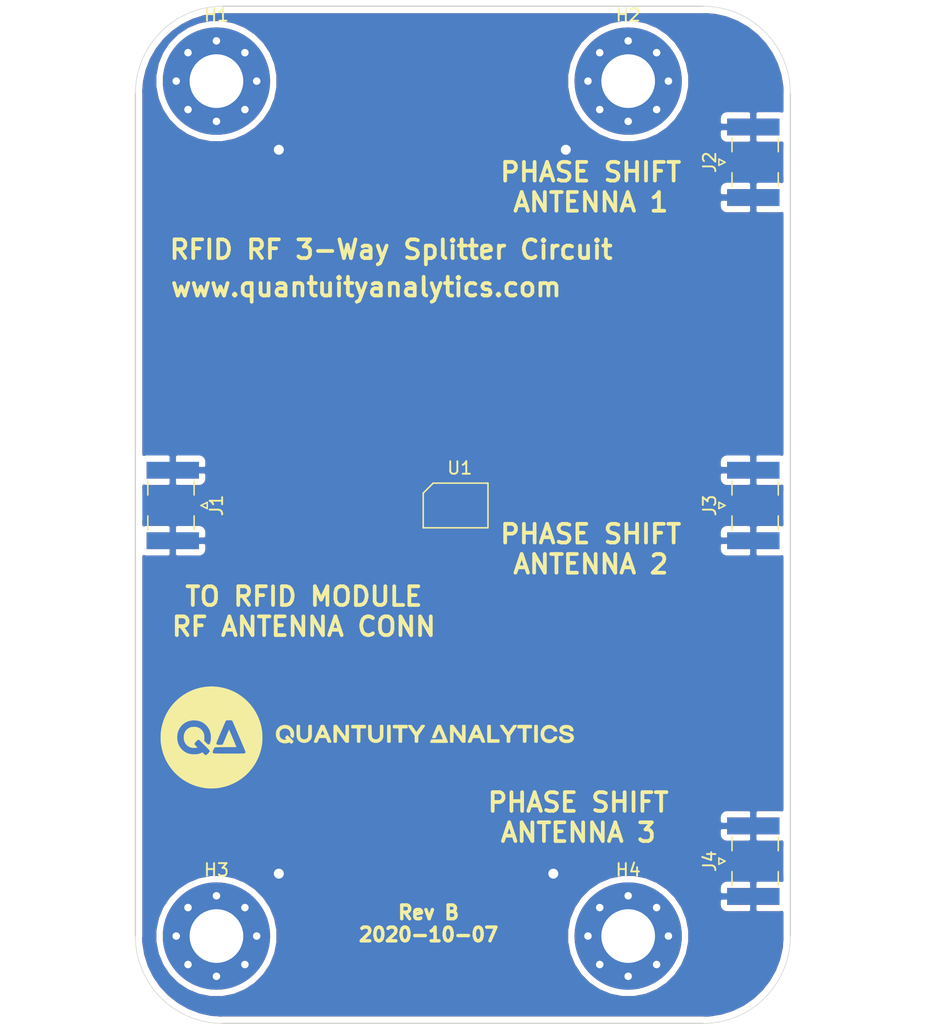
<source format=kicad_pcb>
(kicad_pcb (version 20171130) (host pcbnew "(5.1.6)-1")

  (general
    (thickness 1.6)
    (drawings 15)
    (tracks 14)
    (zones 0)
    (modules 10)
    (nets 6)
  )

  (page A4)
  (title_block
    (title "RFID Frequency Splitter Circuit 915 MHz")
    (date 2020-07-12)
    (rev B)
    (company "Quantuity Anaytics Inc. www.quantuityanalytics.com")
    (comment 1 "Note: 3 Way Splitter X1")
    (comment 4 "Designed by: Mark Donaldson")
  )

  (layers
    (0 F.Cu signal)
    (1 In1.Cu signal)
    (2 In2.Cu signal)
    (31 B.Cu signal)
    (32 B.Adhes user)
    (33 F.Adhes user)
    (34 B.Paste user)
    (35 F.Paste user)
    (36 B.SilkS user)
    (37 F.SilkS user)
    (38 B.Mask user)
    (39 F.Mask user)
    (40 Dwgs.User user)
    (41 Cmts.User user)
    (42 Eco1.User user)
    (43 Eco2.User user)
    (44 Edge.Cuts user)
    (45 Margin user)
    (46 B.CrtYd user)
    (47 F.CrtYd user)
    (48 B.Fab user)
    (49 F.Fab user)
  )

  (setup
    (last_trace_width 0.25)
    (user_trace_width 0.29337)
    (trace_clearance 0.2)
    (zone_clearance 0.508)
    (zone_45_only no)
    (trace_min 0.2)
    (via_size 0.8)
    (via_drill 0.4)
    (via_min_size 0.4)
    (via_min_drill 0.3)
    (user_via 1 0.8)
    (uvia_size 0.3)
    (uvia_drill 0.1)
    (uvias_allowed no)
    (uvia_min_size 0.2)
    (uvia_min_drill 0.1)
    (edge_width 0.05)
    (segment_width 0.2)
    (pcb_text_width 0.3)
    (pcb_text_size 1.5 1.5)
    (mod_edge_width 0.12)
    (mod_text_size 1 1)
    (mod_text_width 0.15)
    (pad_size 1.524 1.524)
    (pad_drill 0.762)
    (pad_to_mask_clearance 0.05)
    (aux_axis_origin 0 0)
    (visible_elements 7FFFFFFF)
    (pcbplotparams
      (layerselection 0x010fc_ffffffff)
      (usegerberextensions false)
      (usegerberattributes true)
      (usegerberadvancedattributes true)
      (creategerberjobfile true)
      (excludeedgelayer true)
      (linewidth 0.100000)
      (plotframeref false)
      (viasonmask false)
      (mode 1)
      (useauxorigin false)
      (hpglpennumber 1)
      (hpglpenspeed 20)
      (hpglpendiameter 15.000000)
      (psnegative false)
      (psa4output false)
      (plotreference true)
      (plotvalue true)
      (plotinvisibletext false)
      (padsonsilk false)
      (subtractmaskfromsilk false)
      (outputformat 1)
      (mirror false)
      (drillshape 0)
      (scaleselection 1)
      (outputdirectory "gerber_3_way_splitter/"))
  )

  (net 0 "")
  (net 1 GND)
  (net 2 "Net-(J1-Pad1)")
  (net 3 "Net-(J2-Pad1)")
  (net 4 "Net-(J3-Pad1)")
  (net 5 "Net-(J4-Pad1)")

  (net_class Default "This is the default net class."
    (clearance 0.2)
    (trace_width 0.25)
    (via_dia 0.8)
    (via_drill 0.4)
    (uvia_dia 0.3)
    (uvia_drill 0.1)
    (add_net GND)
    (add_net "Net-(J1-Pad1)")
    (add_net "Net-(J2-Pad1)")
    (add_net "Net-(J3-Pad1)")
    (add_net "Net-(J4-Pad1)")
  )

  (module Gloria-Yip_RFID_PROJECT:QAI_Logo_4_Silkscreen (layer F.Cu) (tedit 0) (tstamp 5F7EC36F)
    (at 140 100.5)
    (fp_text reference G*** (at 0 0) (layer F.SilkS) hide
      (effects (font (size 1.524 1.524) (thickness 0.3)))
    )
    (fp_text value LOGO (at 0.75 0) (layer F.SilkS) hide
      (effects (font (size 1.524 1.524) (thickness 0.3)))
    )
    (fp_poly (pts (xy -12.292872 -3.994528) (xy -11.990099 -3.975051) (xy -11.692586 -3.934618) (xy -11.401199 -3.873459)
      (xy -11.1168 -3.791807) (xy -10.840253 -3.689895) (xy -10.572423 -3.567953) (xy -10.43338 -3.494774)
      (xy -10.177671 -3.341256) (xy -9.935329 -3.17081) (xy -9.707048 -2.984405) (xy -9.493522 -2.783008)
      (xy -9.295447 -2.567585) (xy -9.113517 -2.339104) (xy -8.948427 -2.098531) (xy -8.800871 -1.846835)
      (xy -8.671543 -1.584982) (xy -8.56114 -1.313939) (xy -8.470355 -1.034674) (xy -8.399883 -0.748153)
      (xy -8.377737 -0.632856) (xy -8.362048 -0.541762) (xy -8.349516 -0.46202) (xy -8.339799 -0.389217)
      (xy -8.332556 -0.31894) (xy -8.327445 -0.246777) (xy -8.324122 -0.168316) (xy -8.322247 -0.079143)
      (xy -8.321477 0.025153) (xy -8.321402 0.09387) (xy -8.321666 0.200976) (xy -8.322582 0.290424)
      (xy -8.324478 0.36664) (xy -8.327685 0.434052) (xy -8.332531 0.497085) (xy -8.339345 0.560167)
      (xy -8.348458 0.627723) (xy -8.360198 0.704181) (xy -8.372339 0.778566) (xy -8.429816 1.058818)
      (xy -8.508372 1.33561) (xy -8.607074 1.607274) (xy -8.724993 1.872142) (xy -8.861198 2.128549)
      (xy -9.014756 2.374827) (xy -9.184739 2.609308) (xy -9.370215 2.830326) (xy -9.570253 3.036214)
      (xy -9.697973 3.152744) (xy -9.935601 3.345464) (xy -10.183133 3.518458) (xy -10.440362 3.671634)
      (xy -10.707077 3.804902) (xy -10.983069 3.918168) (xy -11.268128 4.011343) (xy -11.562046 4.084334)
      (xy -11.864612 4.13705) (xy -11.987696 4.152404) (xy -12.049772 4.157725) (xy -12.12871 4.162114)
      (xy -12.219301 4.16549) (xy -12.316338 4.167774) (xy -12.414611 4.168884) (xy -12.508912 4.16874)
      (xy -12.594032 4.167261) (xy -12.664764 4.164366) (xy -12.682909 4.163172) (xy -12.97955 4.130419)
      (xy -13.270599 4.076736) (xy -13.555115 4.002751) (xy -13.832159 3.909095) (xy -14.100788 3.796396)
      (xy -14.360064 3.665282) (xy -14.609046 3.516384) (xy -14.846793 3.350329) (xy -15.072365 3.167747)
      (xy -15.284822 2.969266) (xy -15.483223 2.755516) (xy -15.666629 2.527125) (xy -15.834098 2.284723)
      (xy -15.98469 2.028939) (xy -16.043914 1.91521) (xy -16.166015 1.647492) (xy -16.268443 1.37087)
      (xy -16.351378 1.084729) (xy -16.414999 0.788457) (xy -16.457085 0.502479) (xy -16.463219 0.431952)
      (xy -16.467618 0.344101) (xy -16.470315 0.24362) (xy -16.471343 0.1352) (xy -16.471045 0.080416)
      (xy -15.146024 0.080416) (xy -15.142861 0.193491) (xy -15.133743 0.299087) (xy -15.120065 0.383581)
      (xy -15.076469 0.547311) (xy -15.017594 0.696527) (xy -14.941904 0.834006) (xy -14.847864 0.962524)
      (xy -14.733936 1.084859) (xy -14.729998 1.088653) (xy -14.608326 1.193294) (xy -14.480673 1.278619)
      (xy -14.345081 1.345419) (xy -14.199597 1.394486) (xy -14.042263 1.426612) (xy -13.871125 1.442587)
      (xy -13.854044 1.443295) (xy -13.702275 1.443308) (xy -13.563084 1.430678) (xy -13.430205 1.404289)
      (xy -13.297371 1.363019) (xy -13.209099 1.328116) (xy -13.116328 1.288678) (xy -13.038121 1.374931)
      (xy -12.990515 1.425815) (xy -12.952812 1.461434) (xy -12.921465 1.484043) (xy -12.892928 1.495897)
      (xy -12.863654 1.499251) (xy -12.84435 1.498131) (xy -12.824822 1.495189) (xy -12.807018 1.489144)
      (xy -12.787757 1.477599) (xy -12.763854 1.458155) (xy -12.732129 1.428413) (xy -12.689398 1.385975)
      (xy -12.671312 1.367739) (xy -12.618475 1.313204) (xy -12.580302 1.270407) (xy -12.566432 1.251766)
      (xy -12.313136 1.251766) (xy -12.305772 1.286685) (xy -12.286505 1.324357) (xy -12.261091 1.354796)
      (xy -12.248526 1.363836) (xy -12.241315 1.366327) (xy -12.228579 1.368551) (xy -12.209152 1.370523)
      (xy -12.181868 1.372258) (xy -12.145558 1.373771) (xy -12.099055 1.375076) (xy -12.041193 1.37619)
      (xy -11.970804 1.377126) (xy -11.886721 1.3779) (xy -11.787777 1.378527) (xy -11.672804 1.379022)
      (xy -11.540636 1.379399) (xy -11.390105 1.379674) (xy -11.220044 1.379862) (xy -11.029285 1.379978)
      (xy -10.990473 1.379993) (xy -10.797591 1.380038) (xy -10.62558 1.380015) (xy -10.473225 1.379907)
      (xy -10.339313 1.3797) (xy -10.222628 1.379376) (xy -10.121954 1.378919) (xy -10.036078 1.378313)
      (xy -9.963783 1.377542) (xy -9.903855 1.376589) (xy -9.855079 1.375439) (xy -9.81624 1.374075)
      (xy -9.786122 1.372481) (xy -9.763512 1.370641) (xy -9.747193 1.368538) (xy -9.735951 1.366156)
      (xy -9.728571 1.363479) (xy -9.727886 1.363136) (xy -9.699123 1.338449) (xy -9.675788 1.301505)
      (xy -9.663653 1.262131) (xy -9.663044 1.252697) (xy -9.667291 1.239895) (xy -9.679602 1.208315)
      (xy -9.699333 1.159476) (xy -9.725838 1.094896) (xy -9.758474 1.016094) (xy -9.796594 0.92459)
      (xy -9.839554 0.821903) (xy -9.886709 0.709551) (xy -9.937415 0.589053) (xy -9.991026 0.461929)
      (xy -10.046898 0.329697) (xy -10.104386 0.193877) (xy -10.162845 0.055986) (xy -10.22163 -0.082454)
      (xy -10.280096 -0.219927) (xy -10.337598 -0.354912) (xy -10.393492 -0.485892) (xy -10.447133 -0.611346)
      (xy -10.497875 -0.729755) (xy -10.545075 -0.839602) (xy -10.588086 -0.939367) (xy -10.626265 -1.02753)
      (xy -10.658966 -1.102573) (xy -10.685545 -1.162978) (xy -10.705357 -1.207224) (xy -10.717757 -1.233793)
      (xy -10.721758 -1.241154) (xy -10.740728 -1.259172) (xy -10.76432 -1.272521) (xy -10.795894 -1.281842)
      (xy -10.838812 -1.287777) (xy -10.896436 -1.29097) (xy -10.972127 -1.292063) (xy -10.988261 -1.292087)
      (xy -11.067808 -1.2913) (xy -11.128634 -1.288516) (xy -11.174063 -1.283098) (xy -11.207418 -1.27441)
      (xy -11.232023 -1.261815) (xy -11.251201 -1.244678) (xy -11.254255 -1.241154) (xy -11.261133 -1.228038)
      (xy -11.275954 -1.196092) (xy -11.298063 -1.14683) (xy -11.3268 -1.081764) (xy -11.361509 -1.002409)
      (xy -11.401531 -0.910276) (xy -11.446209 -0.806879) (xy -11.494885 -0.693732) (xy -11.5469 -0.572347)
      (xy -11.601598 -0.444238) (xy -11.644654 -0.343082) (xy -11.71158 -0.185635) (xy -11.770349 -0.047218)
      (xy -11.821419 0.073476) (xy -11.865244 0.177753) (xy -11.902284 0.266922) (xy -11.932993 0.34229)
      (xy -11.957829 0.405164) (xy -11.977248 0.456852) (xy -11.991708 0.49866) (xy -12.001664 0.531897)
      (xy -12.007574 0.55787) (xy -12.009895 0.577886) (xy -12.009082 0.593253) (xy -12.005594 0.605278)
      (xy -11.999885 0.615268) (xy -11.992414 0.624531) (xy -11.985407 0.632373) (xy -11.964532 0.651694)
      (xy -11.939012 0.665775) (xy -11.905247 0.675366) (xy -11.859639 0.681213) (xy -11.798586 0.684066)
      (xy -11.733696 0.684696) (xy -11.655741 0.683686) (xy -11.596566 0.680169) (xy -11.552933 0.673413)
      (xy -11.521608 0.662684) (xy -11.499352 0.647252) (xy -11.484078 0.628224) (xy -11.476779 0.613301)
      (xy -11.461839 0.57993) (xy -11.440089 0.530058) (xy -11.412361 0.465635) (xy -11.37949 0.388609)
      (xy -11.342306 0.300928) (xy -11.301643 0.204539) (xy -11.258334 0.101393) (xy -11.230932 0.035892)
      (xy -11.186808 -0.069434) (xy -11.145115 -0.168394) (xy -11.106641 -0.259154) (xy -11.072175 -0.339881)
      (xy -11.042505 -0.408742) (xy -11.01842 -0.463904) (xy -11.000708 -0.503533) (xy -10.990157 -0.525796)
      (xy -10.987506 -0.530087) (xy -10.981678 -0.520292) (xy -10.968505 -0.492555) (xy -10.949076 -0.449349)
      (xy -10.924478 -0.393144) (xy -10.895802 -0.326412) (xy -10.864136 -0.251626) (xy -10.850081 -0.218108)
      (xy -10.777681 -0.044947) (xy -10.71335 0.10894) (xy -10.65663 0.244652) (xy -10.607063 0.363291)
      (xy -10.564191 0.465956) (xy -10.527557 0.553748) (xy -10.496702 0.627767) (xy -10.471168 0.689113)
      (xy -10.450498 0.738886) (xy -10.434234 0.778188) (xy -10.421917 0.808117) (xy -10.41309 0.829775)
      (xy -10.407295 0.844261) (xy -10.404074 0.852677) (xy -10.402969 0.856121) (xy -10.402957 0.856255)
      (xy -10.41372 0.857042) (xy -10.44489 0.857863) (xy -10.494787 0.858702) (xy -10.561729 0.859546)
      (xy -10.644038 0.860379) (xy -10.740032 0.861185) (xy -10.848031 0.86195) (xy -10.966355 0.862658)
      (xy -11.093325 0.863294) (xy -11.227258 0.863844) (xy -11.258021 0.863953) (xy -11.41556 0.864507)
      (xy -11.552514 0.865032) (xy -11.670386 0.865573) (xy -11.770678 0.866175) (xy -11.854894 0.866882)
      (xy -11.924534 0.867738) (xy -11.981103 0.868787) (xy -12.026101 0.870076) (xy -12.061032 0.871647)
      (xy -12.087399 0.873546) (xy -12.106702 0.875816) (xy -12.120446 0.878503) (xy -12.130132 0.88165)
      (xy -12.137262 0.885303) (xy -12.14334 0.889505) (xy -12.14426 0.890191) (xy -12.161427 0.908445)
      (xy -12.181875 0.940858) (xy -12.206765 0.989551) (xy -12.237262 1.056647) (xy -12.244114 1.072408)
      (xy -12.267816 1.12847) (xy -12.288024 1.178572) (xy -12.303193 1.2187) (xy -12.311779 1.244843)
      (xy -12.313136 1.251766) (xy -12.566432 1.251766) (xy -12.55498 1.236376) (xy -12.540696 1.20814)
      (xy -12.53564 1.182726) (xy -12.537998 1.157164) (xy -12.539318 1.151283) (xy -12.549359 1.13532)
      (xy -12.575384 1.104226) (xy -12.617338 1.058059) (xy -12.675167 0.996876) (xy -12.748817 0.920733)
      (xy -12.838234 0.829687) (xy -12.943366 0.723796) (xy -12.96861 0.6985) (xy -13.390538 0.276087)
      (xy -13.443525 0.276087) (xy -13.464578 0.276583) (xy -13.482105 0.279622) (xy -13.499591 0.287535)
      (xy -13.520523 0.302651) (xy -13.548385 0.3273) (xy -13.586664 0.36381) (xy -13.612898 0.389283)
      (xy -13.666414 0.44227) (xy -13.705484 0.483723) (xy -13.732249 0.516693) (xy -13.748852 0.544226)
      (xy -13.757435 0.569373) (xy -13.760142 0.595182) (xy -13.760174 0.598864) (xy -13.758533 0.620601)
      (xy -13.752168 0.64159) (xy -13.738916 0.664902) (xy -13.716615 0.693608) (xy -13.683101 0.730777)
      (xy -13.636211 0.779482) (xy -13.624639 0.791284) (xy -13.525339 0.89235) (xy -13.5903 0.906464)
      (xy -13.651644 0.915537) (xy -13.727074 0.920267) (xy -13.809649 0.920805) (xy -13.892429 0.917307)
      (xy -13.968472 0.909923) (xy -14.030837 0.898809) (xy -14.039579 0.896559) (xy -14.158115 0.853168)
      (xy -14.267667 0.791173) (xy -14.365894 0.712778) (xy -14.450453 0.620182) (xy -14.519003 0.515587)
      (xy -14.569202 0.401194) (xy -14.570423 0.397566) (xy -14.60036 0.279692) (xy -14.616337 0.151804)
      (xy -14.618055 0.021242) (xy -14.60522 -0.104656) (xy -14.593127 -0.164077) (xy -14.552034 -0.288173)
      (xy -14.492434 -0.401774) (xy -14.415955 -0.503116) (xy -14.324223 -0.590439) (xy -14.218866 -0.661981)
      (xy -14.101512 -0.715981) (xy -14.074913 -0.725115) (xy -13.999204 -0.743554) (xy -13.909543 -0.755724)
      (xy -13.813257 -0.761272) (xy -13.717675 -0.759844) (xy -13.630124 -0.751087) (xy -13.60959 -0.747568)
      (xy -13.481448 -0.712795) (xy -13.364506 -0.659597) (xy -13.260051 -0.588951) (xy -13.169368 -0.501833)
      (xy -13.093744 -0.399217) (xy -13.053803 -0.325782) (xy -13.02298 -0.253695) (xy -12.999698 -0.180452)
      (xy -12.983487 -0.102408) (xy -12.973876 -0.015919) (xy -12.970393 0.082659) (xy -12.972567 0.196969)
      (xy -12.976329 0.27355) (xy -12.981609 0.364882) (xy -12.837211 0.508224) (xy -12.786242 0.558672)
      (xy -12.748066 0.595633) (xy -12.719826 0.621203) (xy -12.698667 0.637481) (xy -12.681731 0.646564)
      (xy -12.666163 0.650551) (xy -12.649105 0.65154) (xy -12.642037 0.651566) (xy -12.605171 0.647867)
      (xy -12.574268 0.635348) (xy -12.548054 0.611874) (xy -12.525256 0.57531) (xy -12.504603 0.523523)
      (xy -12.48482 0.454377) (xy -12.464635 0.365738) (xy -12.460926 0.34787) (xy -12.451296 0.282741)
      (xy -12.445091 0.202157) (xy -12.442303 0.112485) (xy -12.44293 0.02009) (xy -12.446964 -0.068664)
      (xy -12.454402 -0.147412) (xy -12.461376 -0.191869) (xy -12.505058 -0.364472) (xy -12.56685 -0.524449)
      (xy -12.646853 -0.671967) (xy -12.745172 -0.807191) (xy -12.861907 -0.930286) (xy -12.981349 -1.029755)
      (xy -13.112313 -1.11602) (xy -13.250253 -1.183711) (xy -13.397051 -1.233415) (xy -13.554589 -1.265717)
      (xy -13.724749 -1.281205) (xy -13.793304 -1.282805) (xy -13.951179 -1.276981) (xy -14.096792 -1.256763)
      (xy -14.235465 -1.221121) (xy -14.365562 -1.172063) (xy -14.51164 -1.096886) (xy -14.645923 -1.003868)
      (xy -14.76715 -0.894583) (xy -14.874058 -0.770604) (xy -14.965384 -0.633505) (xy -15.039866 -0.48486)
      (xy -15.096243 -0.326242) (xy -15.119804 -0.231913) (xy -15.134492 -0.139462) (xy -15.143233 -0.03296)
      (xy -15.146024 0.080416) (xy -16.471045 0.080416) (xy -16.470735 0.023535) (xy -16.468523 -0.086684)
      (xy -16.46474 -0.190762) (xy -16.459418 -0.284009) (xy -16.45259 -0.361731) (xy -16.450988 -0.375478)
      (xy -16.403018 -0.678458) (xy -16.334776 -0.973351) (xy -16.246683 -1.259474) (xy -16.13916 -1.536145)
      (xy -16.012629 -1.80268) (xy -15.867512 -2.058396) (xy -15.70423 -2.302612) (xy -15.523205 -2.534645)
      (xy -15.324858 -2.753811) (xy -15.109611 -2.959429) (xy -14.877885 -3.150814) (xy -14.630102 -3.327286)
      (xy -14.627087 -3.329274) (xy -14.375973 -3.4817) (xy -14.114445 -3.615258) (xy -13.844023 -3.729517)
      (xy -13.566225 -3.824045) (xy -13.282569 -3.898407) (xy -12.994572 -3.952172) (xy -12.703754 -3.984907)
      (xy -12.411632 -3.99618) (xy -12.292872 -3.994528)) (layer F.SilkS) (width 0.01))
    (fp_poly (pts (xy -6.341088 -0.899911) (xy -6.219894 -0.863817) (xy -6.124963 -0.815842) (xy -6.035791 -0.749432)
      (xy -5.955428 -0.668073) (xy -5.886925 -0.575249) (xy -5.833332 -0.474445) (xy -5.802167 -0.386521)
      (xy -5.790332 -0.32439) (xy -5.783625 -0.248427) (xy -5.782047 -0.166284) (xy -5.785597 -0.085612)
      (xy -5.794277 -0.014062) (xy -5.802159 0.022087) (xy -5.820446 0.078324) (xy -5.840419 0.114613)
      (xy -5.864124 0.131282) (xy -5.893611 0.128658) (xy -5.930924 0.107067) (xy -5.97811 0.066838)
      (xy -5.993038 0.052602) (xy -6.07546 -0.027319) (xy -6.068133 -0.115812) (xy -6.067985 -0.224555)
      (xy -6.085694 -0.323949) (xy -6.120449 -0.412393) (xy -6.171436 -0.488291) (xy -6.237845 -0.550044)
      (xy -6.310129 -0.592208) (xy -6.376747 -0.614027) (xy -6.45524 -0.626601) (xy -6.537188 -0.629395)
      (xy -6.614167 -0.621874) (xy -6.649224 -0.61377) (xy -6.737204 -0.57705) (xy -6.813171 -0.522221)
      (xy -6.875627 -0.450596) (xy -6.915767 -0.38012) (xy -6.926371 -0.354583) (xy -6.933523 -0.328949)
      (xy -6.937876 -0.298052) (xy -6.940084 -0.256725) (xy -6.940803 -0.199801) (xy -6.940826 -0.182217)
      (xy -6.940565 -0.12257) (xy -6.9392 -0.079543) (xy -6.935859 -0.04767) (xy -6.929673 -0.021485)
      (xy -6.919768 0.004479) (xy -6.906498 0.033131) (xy -6.855784 0.115753) (xy -6.790831 0.181516)
      (xy -6.711873 0.230241) (xy -6.619148 0.261749) (xy -6.59731 0.266282) (xy -6.558302 0.270803)
      (xy -6.511297 0.272333) (xy -6.462986 0.271129) (xy -6.420061 0.267446) (xy -6.389213 0.261542)
      (xy -6.380603 0.25796) (xy -6.383037 0.247832) (xy -6.398168 0.226242) (xy -6.423007 0.197279)
      (xy -6.43216 0.187496) (xy -6.468964 0.145049) (xy -6.48949 0.112278) (xy -6.493565 0.096502)
      (xy -6.485375 0.075253) (xy -6.46382 0.04546) (xy -6.433422 0.011537) (xy -6.398702 -0.022104)
      (xy -6.364182 -0.051049) (xy -6.334385 -0.070886) (xy -6.315475 -0.077304) (xy -6.302331 -0.072265)
      (xy -6.280108 -0.056459) (xy -6.247661 -0.028854) (xy -6.20384 0.011583) (xy -6.147498 0.065883)
      (xy -6.077488 0.135079) (xy -6.060401 0.152141) (xy -5.989641 0.222883) (xy -5.933327 0.279949)
      (xy -5.890511 0.325502) (xy -5.860244 0.361702) (xy -5.841576 0.390711) (xy -5.833558 0.41469)
      (xy -5.835242 0.4358) (xy -5.845678 0.456203) (xy -5.863917 0.478059) (xy -5.889009 0.503532)
      (xy -5.900899 0.515363) (xy -5.943261 0.555223) (xy -5.976575 0.578138) (xy -6.005527 0.584458)
      (xy -6.034805 0.574534) (xy -6.069096 0.548714) (xy -6.09007 0.529497) (xy -6.149078 0.473689)
      (xy -6.213648 0.500689) (xy -6.298164 0.529891) (xy -6.387061 0.547539) (xy -6.487239 0.554857)
      (xy -6.521174 0.55522) (xy -6.649218 0.545002) (xy -6.768451 0.515069) (xy -6.877786 0.465925)
      (xy -6.976136 0.398074) (xy -7.062415 0.312019) (xy -7.072719 0.299482) (xy -7.140302 0.202835)
      (xy -7.188854 0.103299) (xy -7.219735 -0.003134) (xy -7.234304 -0.120472) (xy -7.235903 -0.181659)
      (xy -7.228416 -0.306449) (xy -7.205357 -0.417662) (xy -7.165426 -0.518578) (xy -7.107322 -0.612478)
      (xy -7.029743 -0.702641) (xy -7.028983 -0.703415) (xy -6.98126 -0.749858) (xy -6.940127 -0.78417)
      (xy -6.898524 -0.811585) (xy -6.849393 -0.837339) (xy -6.846521 -0.838721) (xy -6.724306 -0.885427)
      (xy -6.597583 -0.911264) (xy -6.468971 -0.916127) (xy -6.341088 -0.899911)) (layer F.SilkS) (width 0.01))
    (fp_poly (pts (xy 14.720179 -0.913506) (xy 14.841615 -0.898347) (xy 14.950341 -0.865871) (xy 15.048516 -0.815093)
      (xy 15.1383 -0.745027) (xy 15.179114 -0.704186) (xy 15.215519 -0.660557) (xy 15.251055 -0.610187)
      (xy 15.282896 -0.557995) (xy 15.308217 -0.508897) (xy 15.324193 -0.467811) (xy 15.328348 -0.444477)
      (xy 15.318265 -0.413698) (xy 15.288738 -0.391612) (xy 15.24085 -0.378755) (xy 15.189534 -0.375478)
      (xy 15.133494 -0.37711) (xy 15.093924 -0.383753) (xy 15.065339 -0.398028) (xy 15.04225 -0.422556)
      (xy 15.021544 -0.455727) (xy 14.970197 -0.526836) (xy 14.906593 -0.579757) (xy 14.830556 -0.61457)
      (xy 14.741908 -0.631351) (xy 14.640473 -0.630178) (xy 14.627399 -0.628831) (xy 14.533642 -0.609764)
      (xy 14.454776 -0.574793) (xy 14.389534 -0.523068) (xy 14.336647 -0.45374) (xy 14.31963 -0.422809)
      (xy 14.288698 -0.341658) (xy 14.272252 -0.253377) (xy 14.269722 -0.162226) (xy 14.280541 -0.072465)
      (xy 14.304138 0.011645) (xy 14.339945 0.085844) (xy 14.387393 0.14587) (xy 14.396721 0.154487)
      (xy 14.456431 0.198449) (xy 14.521296 0.228157) (xy 14.596628 0.245495) (xy 14.671261 0.251855)
      (xy 14.727456 0.253108) (xy 14.768916 0.251314) (xy 14.802879 0.245656) (xy 14.836586 0.235318)
      (xy 14.844875 0.232263) (xy 14.908613 0.198587) (xy 14.967795 0.149761) (xy 15.015139 0.092272)
      (xy 15.029348 0.06788) (xy 15.048012 0.037757) (xy 15.067501 0.01578) (xy 15.073658 0.011413)
      (xy 15.094295 0.006102) (xy 15.130222 0.002108) (xy 15.174649 0.00011) (xy 15.187653 0)
      (xy 15.234406 0.000647) (xy 15.264782 0.003419) (xy 15.284476 0.009564) (xy 15.29918 0.020328)
      (xy 15.304336 0.02556) (xy 15.321436 0.049663) (xy 15.328348 0.070809) (xy 15.322364 0.094936)
      (xy 15.306302 0.131932) (xy 15.282999 0.176745) (xy 15.255289 0.224326) (xy 15.226008 0.269623)
      (xy 15.197992 0.307587) (xy 15.19022 0.316834) (xy 15.141286 0.364435) (xy 15.079456 0.412584)
      (xy 15.012993 0.455496) (xy 14.95016 0.487386) (xy 14.941826 0.490757) (xy 14.834398 0.522029)
      (xy 14.718427 0.537094) (xy 14.600933 0.535421) (xy 14.516652 0.522992) (xy 14.405672 0.488856)
      (xy 14.305326 0.436721) (xy 14.216649 0.368484) (xy 14.140679 0.286039) (xy 14.078451 0.191281)
      (xy 14.031002 0.086105) (xy 13.999367 -0.027594) (xy 13.984582 -0.147921) (xy 13.987685 -0.272981)
      (xy 14.009711 -0.40088) (xy 14.01026 -0.403087) (xy 14.045299 -0.508655) (xy 14.095958 -0.603392)
      (xy 14.164968 -0.692033) (xy 14.195334 -0.723868) (xy 14.281425 -0.798655) (xy 14.37197 -0.854101)
      (xy 14.469757 -0.891213) (xy 14.577576 -0.910999) (xy 14.698213 -0.914466) (xy 14.720179 -0.913506)) (layer F.SilkS) (width 0.01))
    (fp_poly (pts (xy 16.1069 -0.910333) (xy 16.156426 -0.908857) (xy 16.194591 -0.905695) (xy 16.226758 -0.900196)
      (xy 16.258287 -0.891706) (xy 16.293175 -0.880053) (xy 16.341192 -0.861265) (xy 16.387518 -0.839826)
      (xy 16.423022 -0.820007) (xy 16.426329 -0.817798) (xy 16.499503 -0.755564) (xy 16.557026 -0.681616)
      (xy 16.596727 -0.599388) (xy 16.615828 -0.517848) (xy 16.619037 -0.481079) (xy 16.616674 -0.458353)
      (xy 16.607098 -0.441979) (xy 16.59759 -0.43236) (xy 16.581373 -0.420206) (xy 16.561063 -0.413001)
      (xy 16.530772 -0.409539) (xy 16.484612 -0.40861) (xy 16.481798 -0.408608) (xy 16.420404 -0.411846)
      (xy 16.377172 -0.422667) (xy 16.348987 -0.44273) (xy 16.332733 -0.473694) (xy 16.328758 -0.49012)
      (xy 16.311908 -0.536691) (xy 16.279079 -0.574) (xy 16.227459 -0.605118) (xy 16.220514 -0.608295)
      (xy 16.190093 -0.6204) (xy 16.159978 -0.628169) (xy 16.123889 -0.632523) (xy 16.075545 -0.634382)
      (xy 16.040652 -0.634677) (xy 15.952828 -0.631439) (xy 15.884378 -0.620709) (xy 15.833645 -0.601742)
      (xy 15.798973 -0.573792) (xy 15.778704 -0.536115) (xy 15.773651 -0.514641) (xy 15.771915 -0.489198)
      (xy 15.776939 -0.467111) (xy 15.79069 -0.447315) (xy 15.81514 -0.428746) (xy 15.852257 -0.410341)
      (xy 15.90401 -0.391035) (xy 15.972371 -0.369766) (xy 16.059307 -0.345469) (xy 16.113656 -0.330982)
      (xy 16.206429 -0.306063) (xy 16.280822 -0.284865) (xy 16.339999 -0.266254) (xy 16.387127 -0.249093)
      (xy 16.425371 -0.232248) (xy 16.457897 -0.214584) (xy 16.482453 -0.19874) (xy 16.555553 -0.13694)
      (xy 16.608442 -0.06643) (xy 16.640853 0.012017) (xy 16.652523 0.09763) (xy 16.643188 0.189635)
      (xy 16.631223 0.235661) (xy 16.595767 0.313754) (xy 16.541286 0.382117) (xy 16.469074 0.43968)
      (xy 16.380423 0.485376) (xy 16.294652 0.513691) (xy 16.247181 0.522617) (xy 16.184764 0.529625)
      (xy 16.114471 0.534391) (xy 16.043375 0.536593) (xy 15.978548 0.535907) (xy 15.927061 0.53201)
      (xy 15.919174 0.530847) (xy 15.800752 0.502953) (xy 15.699164 0.461079) (xy 15.61458 0.405382)
      (xy 15.54717 0.336019) (xy 15.497105 0.253147) (xy 15.464555 0.156924) (xy 15.454632 0.101853)
      (xy 15.451547 0.066466) (xy 15.455305 0.044141) (xy 15.467624 0.026458) (xy 15.470657 0.023343)
      (xy 15.485018 0.011826) (xy 15.503492 0.004809) (xy 15.531528 0.001236) (xy 15.574572 0.000049)
      (xy 15.590934 0) (xy 15.649687 0.001687) (xy 15.69029 0.008131) (xy 15.716517 0.021406)
      (xy 15.73214 0.043586) (xy 15.740933 0.076747) (xy 15.741929 0.083011) (xy 15.761166 0.140053)
      (xy 15.80003 0.187492) (xy 15.857982 0.224731) (xy 15.878427 0.233596) (xy 15.909236 0.244506)
      (xy 15.939792 0.251713) (xy 15.975831 0.255919) (xy 16.023089 0.257826) (xy 16.079304 0.258156)
      (xy 16.140541 0.257495) (xy 16.185198 0.255342) (xy 16.21877 0.250982) (xy 16.246752 0.2437)
      (xy 16.274637 0.232781) (xy 16.274798 0.23271) (xy 16.310118 0.214) (xy 16.338611 0.193196)
      (xy 16.349342 0.181473) (xy 16.362676 0.147708) (xy 16.366047 0.108469) (xy 16.359629 0.072711)
      (xy 16.346809 0.051924) (xy 16.313467 0.029343) (xy 16.261348 0.005257) (xy 16.189604 -0.020651)
      (xy 16.097388 -0.048694) (xy 16.018565 -0.070195) (xy 15.928228 -0.09449) (xy 15.855803 -0.115451)
      (xy 15.79762 -0.134419) (xy 15.750004 -0.152737) (xy 15.709282 -0.171748) (xy 15.671783 -0.192793)
      (xy 15.655781 -0.202772) (xy 15.586478 -0.257108) (xy 15.535519 -0.320666) (xy 15.513095 -0.36332)
      (xy 15.499484 -0.412322) (xy 15.494067 -0.473899) (xy 15.496492 -0.540261) (xy 15.506407 -0.603615)
      (xy 15.523461 -0.656172) (xy 15.526595 -0.662608) (xy 15.581033 -0.744757) (xy 15.651281 -0.811954)
      (xy 15.735815 -0.862934) (xy 15.796086 -0.886271) (xy 15.831363 -0.896377) (xy 15.865364 -0.903345)
      (xy 15.903437 -0.907709) (xy 15.950933 -0.910006) (xy 16.0132 -0.910772) (xy 16.040652 -0.910775)
      (xy 16.1069 -0.910333)) (layer F.SilkS) (width 0.01))
    (fp_poly (pts (xy -5.451146 -0.916723) (xy -5.436994 -0.916608) (xy -5.387063 -0.915851) (xy -5.354266 -0.913019)
      (xy -5.333685 -0.907267) (xy -5.3204 -0.897755) (xy -5.319147 -0.896413) (xy -5.31431 -0.88918)
      (xy -5.310398 -0.8778) (xy -5.307317 -0.860077) (xy -5.304968 -0.833814) (xy -5.303258 -0.796817)
      (xy -5.302089 -0.746888) (xy -5.301366 -0.681831) (xy -5.300992 -0.599451) (xy -5.300872 -0.497551)
      (xy -5.30087 -0.478268) (xy -5.300658 -0.36063) (xy -5.299888 -0.262714) (xy -5.298358 -0.182158)
      (xy -5.295866 -0.1166) (xy -5.292211 -0.063678) (xy -5.287191 -0.02103) (xy -5.280604 0.013706)
      (xy -5.272249 0.042891) (xy -5.261924 0.068889) (xy -5.252493 0.088242) (xy -5.210122 0.147359)
      (xy -5.153881 0.19263) (xy -5.08744 0.223626) (xy -5.014474 0.23992) (xy -4.938654 0.241082)
      (xy -4.863654 0.226685) (xy -4.793145 0.196301) (xy -4.730802 0.1495) (xy -4.73041 0.14912)
      (xy -4.708452 0.127238) (xy -4.690291 0.106607) (xy -4.675566 0.084956) (xy -4.663918 0.060014)
      (xy -4.654986 0.029511) (xy -4.64841 -0.008826) (xy -4.64383 -0.057267) (xy -4.640886 -0.118083)
      (xy -4.639217 -0.193545) (xy -4.638464 -0.285925) (xy -4.638266 -0.397493) (xy -4.638261 -0.431981)
      (xy -4.638093 -0.545401) (xy -4.637483 -0.638783) (xy -4.636274 -0.714175) (xy -4.634308 -0.773623)
      (xy -4.631429 -0.819176) (xy -4.627479 -0.85288) (xy -4.6223 -0.876783) (xy -4.615736 -0.892933)
      (xy -4.607628 -0.903375) (xy -4.601679 -0.907932) (xy -4.585336 -0.911653) (xy -4.552702 -0.914559)
      (xy -4.509566 -0.916216) (xy -4.488125 -0.916439) (xy -4.438032 -0.915787) (xy -4.405092 -0.913078)
      (xy -4.384406 -0.907484) (xy -4.371075 -0.898179) (xy -4.369407 -0.896413) (xy -4.364713 -0.889399)
      (xy -4.360891 -0.878345) (xy -4.357855 -0.861128) (xy -4.355519 -0.835628) (xy -4.353796 -0.799722)
      (xy -4.352601 -0.751288) (xy -4.351847 -0.688204) (xy -4.351446 -0.608348) (xy -4.351314 -0.509599)
      (xy -4.351322 -0.451913) (xy -4.351552 -0.330686) (xy -4.352294 -0.229089) (xy -4.353805 -0.144666)
      (xy -4.356343 -0.074963) (xy -4.360165 -0.017522) (xy -4.365528 0.03011) (xy -4.37269 0.07039)
      (xy -4.381907 0.105773) (xy -4.393438 0.138715) (xy -4.407538 0.171671) (xy -4.419253 0.196429)
      (xy -4.465886 0.271923) (xy -4.532941 0.348716) (xy -4.60922 0.41541) (xy -4.689213 0.46424)
      (xy -4.776704 0.496658) (xy -4.875476 0.514116) (xy -4.974646 0.518257) (xy -5.052813 0.514716)
      (xy -5.120338 0.505766) (xy -5.151783 0.49843) (xy -5.253373 0.458058) (xy -5.345022 0.399274)
      (xy -5.424585 0.324331) (xy -5.489917 0.235481) (xy -5.538873 0.134978) (xy -5.559451 0.070189)
      (xy -5.564005 0.049285) (xy -5.567726 0.023806) (xy -5.57069 -0.008511) (xy -5.572975 -0.049929)
      (xy -5.57466 -0.102712) (xy -5.575822 -0.169123) (xy -5.576539 -0.251425) (xy -5.576888 -0.351881)
      (xy -5.576957 -0.43886) (xy -5.577114 -0.55438) (xy -5.577211 -0.649739) (xy -5.576685 -0.726855)
      (xy -5.574974 -0.787648) (xy -5.571516 -0.834038) (xy -5.565749 -0.867945) (xy -5.557109 -0.891288)
      (xy -5.545034 -0.905986) (xy -5.528963 -0.913959) (xy -5.508333 -0.917126) (xy -5.482581 -0.917408)
      (xy -5.451146 -0.916723)) (layer F.SilkS) (width 0.01))
    (fp_poly (pts (xy 1.274825 -0.917628) (xy 1.317997 -0.912831) (xy 1.350224 -0.904114) (xy 1.362158 -0.896413)
      (xy 1.366797 -0.88948) (xy 1.370585 -0.87854) (xy 1.373606 -0.861501) (xy 1.375942 -0.836269)
      (xy 1.377678 -0.800752) (xy 1.378895 -0.752857) (xy 1.379677 -0.690492) (xy 1.380108 -0.611563)
      (xy 1.38027 -0.513978) (xy 1.380271 -0.440869) (xy 1.380069 -0.324143) (xy 1.379508 -0.227289)
      (xy 1.378515 -0.148091) (xy 1.377016 -0.084336) (xy 1.374938 -0.03381) (xy 1.372207 0.005702)
      (xy 1.36875 0.036414) (xy 1.364493 0.060539) (xy 1.363456 0.065123) (xy 1.328762 0.166959)
      (xy 1.275883 0.260972) (xy 1.207494 0.344388) (xy 1.126269 0.41443) (xy 1.034884 0.468325)
      (xy 0.942623 0.501651) (xy 0.884439 0.511794) (xy 0.813473 0.517075) (xy 0.737917 0.517498)
      (xy 0.665963 0.513068) (xy 0.605803 0.503789) (xy 0.596348 0.501468) (xy 0.508974 0.47161)
      (xy 0.432579 0.429841) (xy 0.360188 0.372069) (xy 0.33591 0.348716) (xy 0.270735 0.274984)
      (xy 0.225291 0.204088) (xy 0.222644 0.198783) (xy 0.206634 0.16458) (xy 0.193352 0.131862)
      (xy 0.182545 0.098193) (xy 0.173959 0.061137) (xy 0.167342 0.018261) (xy 0.162439 -0.032871)
      (xy 0.158999 -0.094695) (xy 0.156767 -0.169645) (xy 0.155491 -0.260157) (xy 0.154918 -0.368665)
      (xy 0.1548 -0.453831) (xy 0.154593 -0.567348) (xy 0.154474 -0.660733) (xy 0.155034 -0.73594)
      (xy 0.156862 -0.794918) (xy 0.160547 -0.839618) (xy 0.166678 -0.871992) (xy 0.175845 -0.893991)
      (xy 0.188637 -0.907565) (xy 0.205642 -0.914665) (xy 0.227451 -0.917243) (xy 0.254652 -0.917249)
      (xy 0.287834 -0.916634) (xy 0.294571 -0.916608) (xy 0.328264 -0.917078) (xy 0.356149 -0.91722)
      (xy 0.378799 -0.915139) (xy 0.396781 -0.908935) (xy 0.410667 -0.89671) (xy 0.421028 -0.876568)
      (xy 0.428432 -0.846609) (xy 0.433451 -0.804937) (xy 0.436655 -0.749653) (xy 0.438613 -0.678859)
      (xy 0.439897 -0.590657) (xy 0.441076 -0.483149) (xy 0.441739 -0.426793) (xy 0.447261 0.016566)
      (xy 0.477267 0.077305) (xy 0.520873 0.141635) (xy 0.579732 0.191381) (xy 0.651342 0.225092)
      (xy 0.733201 0.24132) (xy 0.762756 0.242596) (xy 0.852542 0.234132) (xy 0.929876 0.207859)
      (xy 0.994135 0.164136) (xy 1.044693 0.103327) (xy 1.063861 0.068282) (xy 1.098826 -0.005521)
      (xy 1.102295 -0.441652) (xy 1.10327 -0.552959) (xy 1.104319 -0.644237) (xy 1.105536 -0.717542)
      (xy 1.107016 -0.774931) (xy 1.108855 -0.818462) (xy 1.111147 -0.850191) (xy 1.113987 -0.872176)
      (xy 1.11747 -0.886474) (xy 1.121692 -0.895142) (xy 1.123333 -0.897195) (xy 1.144961 -0.90829)
      (xy 1.181775 -0.915379) (xy 1.22724 -0.918485) (xy 1.274825 -0.917628)) (layer F.SilkS) (width 0.01))
    (fp_poly (pts (xy 5.896063 -0.916107) (xy 5.932553 -0.914148) (xy 5.955968 -0.910046) (xy 5.970808 -0.903118)
      (xy 5.978896 -0.895789) (xy 5.987322 -0.881119) (xy 6.003227 -0.848213) (xy 6.025718 -0.799182)
      (xy 6.0539 -0.736138) (xy 6.08688 -0.661193) (xy 6.123763 -0.576457) (xy 6.163654 -0.484042)
      (xy 6.205661 -0.38606) (xy 6.248888 -0.284623) (xy 6.292442 -0.181841) (xy 6.335428 -0.079827)
      (xy 6.376952 0.019308) (xy 6.416119 0.113453) (xy 6.452037 0.200495) (xy 6.483809 0.278325)
      (xy 6.510543 0.344829) (xy 6.531345 0.397897) (xy 6.545319 0.435417) (xy 6.551571 0.455277)
      (xy 6.551823 0.457107) (xy 6.552088 0.469492) (xy 6.551296 0.480106) (xy 6.54787 0.489085)
      (xy 6.54023 0.496568) (xy 6.526801 0.502689) (xy 6.506002 0.507585) (xy 6.476257 0.511393)
      (xy 6.435987 0.51425) (xy 6.383614 0.516291) (xy 6.317561 0.517653) (xy 6.236248 0.518474)
      (xy 6.138099 0.518888) (xy 6.021535 0.519033) (xy 5.884978 0.519046) (xy 5.83572 0.519044)
      (xy 5.695332 0.518995) (xy 5.57541 0.518821) (xy 5.474335 0.518481) (xy 5.390485 0.517936)
      (xy 5.32224 0.517145) (xy 5.267979 0.516068) (xy 5.226083 0.514664) (xy 5.19493 0.512893)
      (xy 5.1729 0.510716) (xy 5.158374 0.508091) (xy 5.149729 0.504978) (xy 5.145772 0.50189)
      (xy 5.134093 0.477683) (xy 5.134237 0.445062) (xy 5.146726 0.401077) (xy 5.172082 0.342775)
      (xy 5.174963 0.336827) (xy 5.218043 0.248479) (xy 5.68463 0.245598) (xy 5.783735 0.244803)
      (xy 5.875657 0.243711) (xy 5.958121 0.242377) (xy 6.028854 0.240852) (xy 6.085579 0.239191)
      (xy 6.126024 0.237446) (xy 6.147912 0.23567) (xy 6.151217 0.234696) (xy 6.147099 0.221976)
      (xy 6.135529 0.19207) (xy 6.117683 0.14776) (xy 6.094739 0.09183) (xy 6.067871 0.027063)
      (xy 6.038258 -0.043759) (xy 6.007075 -0.117853) (xy 5.975498 -0.192436) (xy 5.944705 -0.264725)
      (xy 5.915872 -0.331938) (xy 5.890175 -0.391291) (xy 5.868791 -0.440001) (xy 5.852896 -0.475287)
      (xy 5.843667 -0.494364) (xy 5.841905 -0.496956) (xy 5.836169 -0.487158) (xy 5.823154 -0.459445)
      (xy 5.803963 -0.416338) (xy 5.779697 -0.360357) (xy 5.751456 -0.294023) (xy 5.720343 -0.219857)
      (xy 5.710433 -0.196021) (xy 5.678084 -0.118776) (xy 5.647688 -0.047553) (xy 5.620461 0.014906)
      (xy 5.597617 0.065854) (xy 5.580374 0.10255) (xy 5.569947 0.122249) (xy 5.56851 0.12424)
      (xy 5.556428 0.13356) (xy 5.537075 0.139403) (xy 5.505853 0.142489) (xy 5.458169 0.143537)
      (xy 5.44518 0.143566) (xy 5.380549 0.141421) (xy 5.335193 0.134351) (xy 5.306661 0.121401)
      (xy 5.2925 0.101615) (xy 5.289826 0.083046) (xy 5.294096 0.067418) (xy 5.306198 0.034069)
      (xy 5.325072 -0.014501) (xy 5.349658 -0.075796) (xy 5.378896 -0.147316) (xy 5.411725 -0.226566)
      (xy 5.447085 -0.311045) (xy 5.483915 -0.398258) (xy 5.521156 -0.485705) (xy 5.557747 -0.570889)
      (xy 5.592628 -0.651313) (xy 5.624738 -0.724478) (xy 5.653018 -0.787886) (xy 5.676406 -0.83904)
      (xy 5.693843 -0.875442) (xy 5.704268 -0.894593) (xy 5.705525 -0.896255) (xy 5.716937 -0.905524)
      (xy 5.734007 -0.911526) (xy 5.761196 -0.914924) (xy 5.802962 -0.916383) (xy 5.842 -0.916608)
      (xy 5.896063 -0.916107)) (layer F.SilkS) (width 0.01))
    (fp_poly (pts (xy -3.434877 -0.916046) (xy -3.398152 -0.913943) (xy -3.374837 -0.909677) (xy -3.360602 -0.902625)
      (xy -3.35503 -0.897282) (xy -3.347939 -0.883974) (xy -3.333066 -0.852059) (xy -3.311177 -0.803295)
      (xy -3.283037 -0.739442) (xy -3.249411 -0.66226) (xy -3.211064 -0.573506) (xy -3.168762 -0.474941)
      (xy -3.12327 -0.368323) (xy -3.075353 -0.255412) (xy -3.059192 -0.217196) (xy -2.780007 0.443564)
      (xy -2.801964 0.473021) (xy -2.813414 0.486638) (xy -2.826571 0.495444) (xy -2.846407 0.500687)
      (xy -2.877891 0.503617) (xy -2.925995 0.505482) (xy -2.93187 0.505657) (xy -2.986122 0.506404)
      (xy -3.022617 0.504546) (xy -3.045577 0.499635) (xy -3.058127 0.492264) (xy -3.068362 0.476832)
      (xy -3.085007 0.444701) (xy -3.106248 0.399672) (xy -3.130273 0.345546) (xy -3.147806 0.304209)
      (xy -3.219174 0.132724) (xy -3.768116 0.138044) (xy -3.839148 0.309218) (xy -3.86392 0.367168)
      (xy -3.887193 0.418426) (xy -3.907165 0.459259) (xy -3.922034 0.485933) (xy -3.928462 0.494196)
      (xy -3.950593 0.501674) (xy -3.991983 0.506378) (xy -4.049546 0.508) (xy -4.099849 0.507352)
      (xy -4.133213 0.504803) (xy -4.154762 0.499447) (xy -4.169622 0.490377) (xy -4.174435 0.485913)
      (xy -4.190951 0.462271) (xy -4.196522 0.442734) (xy -4.192281 0.428057) (xy -4.180149 0.395323)
      (xy -4.161015 0.346619) (xy -4.135765 0.284035) (xy -4.105288 0.209659) (xy -4.070471 0.12558)
      (xy -4.032201 0.033886) (xy -3.991366 -0.063333) (xy -3.958647 -0.140804) (xy -3.64445 -0.140804)
      (xy -3.634025 -0.137838) (xy -3.605455 -0.135341) (xy -3.562678 -0.133525) (xy -3.509634 -0.132597)
      (xy -3.488558 -0.132521) (xy -3.424523 -0.132966) (xy -3.380046 -0.134453) (xy -3.352608 -0.137215)
      (xy -3.339696 -0.141481) (xy -3.338206 -0.146326) (xy -3.355289 -0.18887) (xy -3.376159 -0.239614)
      (xy -3.399156 -0.294661) (xy -3.422617 -0.350119) (xy -3.444883 -0.402093) (xy -3.464291 -0.446687)
      (xy -3.47918 -0.480008) (xy -3.487888 -0.498161) (xy -3.489165 -0.500207) (xy -3.495087 -0.49283)
      (xy -3.507592 -0.46883) (xy -3.525013 -0.43207) (xy -3.54568 -0.386412) (xy -3.567924 -0.335721)
      (xy -3.590075 -0.28386) (xy -3.610465 -0.234692) (xy -3.627424 -0.19208) (xy -3.639283 -0.159888)
      (xy -3.644373 -0.141979) (xy -3.64445 -0.140804) (xy -3.958647 -0.140804) (xy -3.948854 -0.163989)
      (xy -3.905553 -0.265994) (xy -3.862349 -0.367258) (xy -3.820131 -0.465692) (xy -3.779786 -0.559209)
      (xy -3.742202 -0.645719) (xy -3.708266 -0.723133) (xy -3.678866 -0.789363) (xy -3.65489 -0.842321)
      (xy -3.637224 -0.879917) (xy -3.626758 -0.900062) (xy -3.624739 -0.902804) (xy -3.602581 -0.910242)
      (xy -3.559308 -0.914867) (xy -3.495722 -0.916597) (xy -3.48934 -0.916608) (xy -3.434877 -0.916046)) (layer F.SilkS) (width 0.01))
    (fp_poly (pts (xy -1.443783 -0.91818) (xy -1.426312 -0.91522) (xy -1.412027 -0.907905) (xy -1.400612 -0.894665)
      (xy -1.391752 -0.873933) (xy -1.38513 -0.84414) (xy -1.380431 -0.803719) (xy -1.377337 -0.7511)
      (xy -1.375533 -0.684715) (xy -1.374704 -0.602996) (xy -1.374532 -0.504375) (xy -1.374701 -0.387284)
      (xy -1.374897 -0.250153) (xy -1.374913 -0.204304) (xy -1.374937 -0.066302) (xy -1.375043 0.051312)
      (xy -1.375283 0.150237) (xy -1.375709 0.232171) (xy -1.376373 0.298814) (xy -1.377326 0.351864)
      (xy -1.378621 0.39302) (xy -1.380309 0.423981) (xy -1.382443 0.446446) (xy -1.385073 0.462113)
      (xy -1.388253 0.472681) (xy -1.392033 0.47985) (xy -1.395951 0.484754) (xy -1.407796 0.495392)
      (xy -1.423302 0.502209) (xy -1.447247 0.50603) (xy -1.484408 0.507683) (xy -1.530252 0.508)
      (xy -1.581486 0.50774) (xy -1.615562 0.50623) (xy -1.637408 0.502376) (xy -1.651953 0.495084)
      (xy -1.664124 0.483259) (xy -1.669345 0.477119) (xy -1.680875 0.462196) (xy -1.704013 0.431271)
      (xy -1.737385 0.386213) (xy -1.779617 0.328889) (xy -1.829336 0.261168) (xy -1.885167 0.184918)
      (xy -1.945739 0.102008) (xy -2.009676 0.014305) (xy -2.015435 0.006396) (xy -2.335696 -0.433445)
      (xy -2.341218 0.02161) (xy -2.342472 0.138279) (xy -2.343518 0.234774) (xy -2.34492 0.312996)
      (xy -2.347238 0.374844) (xy -2.351035 0.42222) (xy -2.356874 0.457022) (xy -2.365318 0.481152)
      (xy -2.376928 0.49651) (xy -2.392267 0.504994) (xy -2.411898 0.508506) (xy -2.436382 0.508946)
      (xy -2.466283 0.508214) (xy -2.485182 0.508) (xy -2.534165 0.507172) (xy -2.56614 0.504091)
      (xy -2.586145 0.497863) (xy -2.599028 0.487805) (xy -2.602815 0.482094) (xy -2.606045 0.472872)
      (xy -2.608762 0.458481) (xy -2.611008 0.43726) (xy -2.612828 0.40755) (xy -2.614266 0.367691)
      (xy -2.615364 0.316025) (xy -2.616168 0.25089) (xy -2.616719 0.170628) (xy -2.617064 0.07358)
      (xy -2.617244 -0.041916) (xy -2.617303 -0.177517) (xy -2.617304 -0.206223) (xy -2.617277 -0.345215)
      (xy -2.617162 -0.463793) (xy -2.616912 -0.563628) (xy -2.616476 -0.646395) (xy -2.615806 -0.713765)
      (xy -2.614854 -0.767411) (xy -2.613571 -0.809005) (xy -2.611908 -0.84022) (xy -2.609815 -0.862728)
      (xy -2.607245 -0.878202) (xy -2.604148 -0.888316) (xy -2.600476 -0.89474) (xy -2.597109 -0.898331)
      (xy -2.582563 -0.907146) (xy -2.559501 -0.912726) (xy -2.523539 -0.915676) (xy -2.47029 -0.916603)
      (xy -2.464844 -0.916608) (xy -2.352775 -0.916608) (xy -2.311105 -0.863121) (xy -2.296032 -0.843249)
      (xy -2.269442 -0.807615) (xy -2.232858 -0.758283) (xy -2.187804 -0.697319) (xy -2.135805 -0.626785)
      (xy -2.078384 -0.548747) (xy -2.017065 -0.465268) (xy -1.965739 -0.39529) (xy -1.662044 0.019053)
      (xy -1.659157 -0.428721) (xy -1.658354 -0.541214) (xy -1.65747 -0.633672) (xy -1.656415 -0.708146)
      (xy -1.655094 -0.766687) (xy -1.653417 -0.811347) (xy -1.651291 -0.844178) (xy -1.648624 -0.867231)
      (xy -1.645323 -0.882557) (xy -1.641296 -0.892209) (xy -1.638119 -0.896551) (xy -1.625498 -0.906391)
      (xy -1.606108 -0.91247) (xy -1.575105 -0.9156) (xy -1.527644 -0.916593) (xy -1.518478 -0.916608)
      (xy -1.489551 -0.917306) (xy -1.464758 -0.918352) (xy -1.443783 -0.91818)) (layer F.SilkS) (width 0.01))
    (fp_poly (pts (xy -0.272273 -0.916606) (xy -0.198519 -0.915548) (xy -0.139944 -0.913302) (xy -0.094821 -0.90947)
      (xy -0.061426 -0.903658) (xy -0.03803 -0.895468) (xy -0.022909 -0.884505) (xy -0.014336 -0.870372)
      (xy -0.010585 -0.852674) (xy -0.009931 -0.831014) (xy -0.010645 -0.804997) (xy -0.011044 -0.781022)
      (xy -0.011153 -0.735291) (xy -0.013288 -0.700735) (xy -0.020159 -0.67579) (xy -0.034478 -0.658892)
      (xy -0.058953 -0.648478) (xy -0.096297 -0.642985) (xy -0.149219 -0.640849) (xy -0.220431 -0.640506)
      (xy -0.254626 -0.640521) (xy -0.463826 -0.640521) (xy -0.463826 -0.084537) (xy -0.463863 0.040834)
      (xy -0.464015 0.145969) (xy -0.464349 0.23272) (xy -0.46493 0.302938) (xy -0.465822 0.358474)
      (xy -0.467091 0.40118) (xy -0.468801 0.432906) (xy -0.471019 0.455504) (xy -0.473808 0.470825)
      (xy -0.477235 0.48072) (xy -0.481363 0.487041) (xy -0.484022 0.489724) (xy -0.507515 0.500411)
      (xy -0.545524 0.507064) (xy -0.591512 0.509734) (xy -0.638948 0.508475) (xy -0.681296 0.50334)
      (xy -0.712023 0.494381) (xy -0.721636 0.487805) (xy -0.725786 0.481581) (xy -0.729262 0.471641)
      (xy -0.732123 0.456143) (xy -0.734428 0.433249) (xy -0.736236 0.401117) (xy -0.737605 0.357909)
      (xy -0.738593 0.301784) (xy -0.73926 0.230902) (xy -0.739663 0.143424) (xy -0.739861 0.037508)
      (xy -0.739913 -0.086456) (xy -0.739913 -0.640521) (xy -0.949113 -0.640521) (xy -1.028395 -0.640584)
      (xy -1.088304 -0.641816) (xy -1.131551 -0.645779) (xy -1.160847 -0.654038) (xy -1.178901 -0.668156)
      (xy -1.188424 -0.689696) (xy -1.192128 -0.720222) (xy -1.192722 -0.761298) (xy -1.192696 -0.781022)
      (xy -1.19327 -0.810774) (xy -1.193843 -0.835855) (xy -1.192687 -0.85666) (xy -1.188078 -0.873585)
      (xy -1.178288 -0.887028) (xy -1.161591 -0.897382) (xy -1.136262 -0.905046) (xy -1.100575 -0.910415)
      (xy -1.052802 -0.913885) (xy -0.991218 -0.915853) (xy -0.914098 -0.916713) (xy -0.819714 -0.916864)
      (xy -0.706341 -0.9167) (xy -0.60187 -0.916608) (xy -0.472222 -0.91674) (xy -0.362932 -0.916871)
      (xy -0.272273 -0.916606)) (layer F.SilkS) (width 0.01))
    (fp_poly (pts (xy 1.78503 -0.917685) (xy 1.812638 -0.916695) (xy 1.822174 -0.916608) (xy 1.851112 -0.917314)
      (xy 1.875914 -0.918386) (xy 1.896894 -0.918257) (xy 1.91437 -0.915356) (xy 1.928657 -0.908116)
      (xy 1.940072 -0.894969) (xy 1.948932 -0.874346) (xy 1.955552 -0.844679) (xy 1.960248 -0.804399)
      (xy 1.963338 -0.751938) (xy 1.965138 -0.685727) (xy 1.965963 -0.604198) (xy 1.96613 -0.505782)
      (xy 1.965956 -0.388912) (xy 1.965757 -0.252018) (xy 1.965739 -0.204734) (xy 1.965739 0.462966)
      (xy 1.94157 0.485483) (xy 1.9261 0.496788) (xy 1.905824 0.503612) (xy 1.875203 0.506998)
      (xy 1.828697 0.507992) (xy 1.822174 0.508) (xy 1.773517 0.507212) (xy 1.741373 0.504149)
      (xy 1.720203 0.497768) (xy 1.704466 0.487024) (xy 1.702778 0.485483) (xy 1.678609 0.462966)
      (xy 1.678609 -0.204734) (xy 1.678466 -0.348228) (xy 1.67825 -0.471206) (xy 1.678276 -0.575238)
      (xy 1.678861 -0.661892) (xy 1.680321 -0.732736) (xy 1.682972 -0.789339) (xy 1.687132 -0.833268)
      (xy 1.693115 -0.866094) (xy 1.701238 -0.889383) (xy 1.711818 -0.904705) (xy 1.725171 -0.913627)
      (xy 1.741613 -0.917719) (xy 1.761461 -0.918549) (xy 1.78503 -0.917685)) (layer F.SilkS) (width 0.01))
    (fp_poly (pts (xy 2.624184 -0.916716) (xy 2.737071 -0.916608) (xy 2.86177 -0.916571) (xy 2.966244 -0.916416)
      (xy 3.052353 -0.916077) (xy 3.121959 -0.915488) (xy 3.176922 -0.914582) (xy 3.219103 -0.913294)
      (xy 3.250364 -0.911558) (xy 3.272566 -0.909307) (xy 3.28757 -0.906476) (xy 3.297237 -0.902997)
      (xy 3.303427 -0.898806) (xy 3.30581 -0.896413) (xy 3.315211 -0.88047) (xy 3.320908 -0.854956)
      (xy 3.323606 -0.815259) (xy 3.324087 -0.776646) (xy 3.323988 -0.732137) (xy 3.321875 -0.698559)
      (xy 3.315023 -0.674375) (xy 3.300709 -0.658045) (xy 3.276208 -0.648032) (xy 3.238795 -0.642797)
      (xy 3.185746 -0.640801) (xy 3.114337 -0.640507) (xy 3.083022 -0.640521) (xy 2.882348 -0.640521)
      (xy 2.882348 -0.095358) (xy 2.882472 0.035698) (xy 2.882573 0.146382) (xy 2.882241 0.238402)
      (xy 2.881067 0.31347) (xy 2.878642 0.373296) (xy 2.874556 0.419589) (xy 2.8684 0.454061)
      (xy 2.859765 0.478421) (xy 2.848242 0.49438) (xy 2.833421 0.503648) (xy 2.814894 0.507936)
      (xy 2.79225 0.508953) (xy 2.765082 0.508411) (xy 2.737981 0.508) (xy 2.688679 0.507287)
      (xy 2.656163 0.504503) (xy 2.63516 0.498684) (xy 2.620396 0.488864) (xy 2.617304 0.485913)
      (xy 2.612319 0.480316) (xy 2.608146 0.473104) (xy 2.604714 0.462401) (xy 2.601949 0.446329)
      (xy 2.59978 0.423013) (xy 2.598135 0.390577) (xy 2.596941 0.347142) (xy 2.596127 0.290834)
      (xy 2.595619 0.219776) (xy 2.595346 0.13209) (xy 2.595237 0.025901) (xy 2.595217 -0.088347)
      (xy 2.595217 -0.640521) (xy 2.390913 -0.640521) (xy 2.310762 -0.640652) (xy 2.25001 -0.642039)
      (xy 2.20597 -0.646176) (xy 2.175956 -0.654554) (xy 2.157282 -0.668666) (xy 2.14726 -0.690005)
      (xy 2.143205 -0.720064) (xy 2.142428 -0.760334) (xy 2.142435 -0.778565) (xy 2.141845 -0.808771)
      (xy 2.141224 -0.83425) (xy 2.14229 -0.855401) (xy 2.146764 -0.872623) (xy 2.156366 -0.886316)
      (xy 2.172815 -0.896878) (xy 2.197833 -0.90471) (xy 2.233139 -0.910211) (xy 2.280452 -0.913779)
      (xy 2.341493 -0.915814) (xy 2.417982 -0.916716) (xy 2.511639 -0.916884) (xy 2.624184 -0.916716)) (layer F.SilkS) (width 0.01))
    (fp_poly (pts (xy 4.607989 -0.916324) (xy 4.641987 -0.914782) (xy 4.663577 -0.910946) (xy 4.677596 -0.903779)
      (xy 4.688885 -0.892247) (xy 4.692677 -0.88751) (xy 4.708491 -0.863495) (xy 4.715541 -0.845058)
      (xy 4.715565 -0.844385) (xy 4.709456 -0.832609) (xy 4.691991 -0.804663) (xy 4.664466 -0.762482)
      (xy 4.628176 -0.708001) (xy 4.584414 -0.643155) (xy 4.534476 -0.569879) (xy 4.479657 -0.49011)
      (xy 4.445024 -0.440027) (xy 4.174483 -0.049695) (xy 4.174459 0.207066) (xy 4.174477 0.296366)
      (xy 4.17378 0.366019) (xy 4.171211 0.418461) (xy 4.165616 0.456127) (xy 4.155839 0.481452)
      (xy 4.140724 0.496872) (xy 4.119115 0.504822) (xy 4.089858 0.507738) (xy 4.051795 0.508056)
      (xy 4.031671 0.508) (xy 3.984186 0.507591) (xy 3.953445 0.505509) (xy 3.934105 0.500477)
      (xy 3.920826 0.491214) (xy 3.910193 0.478902) (xy 3.90282 0.468399) (xy 3.897224 0.456106)
      (xy 3.89316 0.439029) (xy 3.890386 0.414175) (xy 3.888657 0.378551) (xy 3.88773 0.329164)
      (xy 3.887361 0.263021) (xy 3.887304 0.197792) (xy 3.887304 -0.054221) (xy 3.623685 -0.432958)
      (xy 3.566919 -0.514812) (xy 3.514008 -0.591687) (xy 3.466316 -0.661555) (xy 3.425209 -0.722392)
      (xy 3.39205 -0.772172) (xy 3.368204 -0.80887) (xy 3.355036 -0.830461) (xy 3.352926 -0.834808)
      (xy 3.355151 -0.864303) (xy 3.368869 -0.887264) (xy 3.380244 -0.900402) (xy 3.392698 -0.908887)
      (xy 3.411011 -0.913736) (xy 3.439964 -0.915963) (xy 3.484339 -0.916583) (xy 3.507106 -0.916608)
      (xy 3.561184 -0.916007) (xy 3.597709 -0.91376) (xy 3.621195 -0.909207) (xy 3.636154 -0.901684)
      (xy 3.641587 -0.896869) (xy 3.652704 -0.882915) (xy 3.674548 -0.853264) (xy 3.705333 -0.810422)
      (xy 3.743274 -0.756895) (xy 3.786587 -0.695186) (xy 3.833488 -0.627803) (xy 3.842177 -0.61526)
      (xy 3.888784 -0.548307) (xy 3.931493 -0.487676) (xy 3.968662 -0.435642) (xy 3.998648 -0.39448)
      (xy 4.019809 -0.366464) (xy 4.030502 -0.353868) (xy 4.031308 -0.353391) (xy 4.039337 -0.362128)
      (xy 4.058221 -0.386841) (xy 4.086339 -0.425278) (xy 4.12207 -0.475188) (xy 4.163791 -0.534322)
      (xy 4.209882 -0.600429) (xy 4.224257 -0.621195) (xy 4.271907 -0.689778) (xy 4.31618 -0.752806)
      (xy 4.355345 -0.807872) (xy 4.387673 -0.85257) (xy 4.411437 -0.88449) (xy 4.424905 -0.901227)
      (xy 4.42652 -0.902804) (xy 4.448369 -0.910305) (xy 4.491066 -0.914943) (xy 4.553543 -0.916605)
      (xy 4.556744 -0.916608) (xy 4.607989 -0.916324)) (layer F.SilkS) (width 0.01))
    (fp_poly (pts (xy 7.898999 -0.91818) (xy 7.916471 -0.91522) (xy 7.930756 -0.907905) (xy 7.94217 -0.894665)
      (xy 7.95103 -0.873933) (xy 7.957652 -0.84414) (xy 7.962352 -0.803719) (xy 7.965446 -0.7511)
      (xy 7.967249 -0.684715) (xy 7.968079 -0.602996) (xy 7.968251 -0.504375) (xy 7.968081 -0.387284)
      (xy 7.967886 -0.250153) (xy 7.967869 -0.204304) (xy 7.967846 -0.066302) (xy 7.96774 0.051312)
      (xy 7.9675 0.150237) (xy 7.967074 0.232171) (xy 7.96641 0.298814) (xy 7.965457 0.351864)
      (xy 7.964162 0.39302) (xy 7.962474 0.423981) (xy 7.96034 0.446446) (xy 7.95771 0.462113)
      (xy 7.95453 0.472681) (xy 7.95075 0.47985) (xy 7.946832 0.484754) (xy 7.934987 0.495392)
      (xy 7.919481 0.502209) (xy 7.895536 0.50603) (xy 7.858374 0.507683) (xy 7.812531 0.508)
      (xy 7.761282 0.507737) (xy 7.72719 0.506219) (xy 7.705323 0.502358) (xy 7.690752 0.495065)
      (xy 7.678546 0.48325) (xy 7.673438 0.477272) (xy 7.661912 0.462379) (xy 7.638784 0.431479)
      (xy 7.605426 0.386439) (xy 7.563212 0.329126) (xy 7.513513 0.261409) (xy 7.457703 0.185153)
      (xy 7.397153 0.102227) (xy 7.333237 0.014498) (xy 7.327348 0.006405) (xy 7.007087 -0.433734)
      (xy 7.001565 0.021466) (xy 7.000311 0.138154) (xy 6.999265 0.234667) (xy 6.997864 0.312907)
      (xy 6.995547 0.374773) (xy 6.991752 0.422165) (xy 6.985916 0.456982) (xy 6.977477 0.481125)
      (xy 6.965873 0.496493) (xy 6.950542 0.504986) (xy 6.930921 0.508505) (xy 6.906449 0.508948)
      (xy 6.876563 0.508216) (xy 6.857601 0.508) (xy 6.809722 0.507331) (xy 6.77854 0.504609)
      (xy 6.758685 0.498764) (xy 6.744788 0.488726) (xy 6.740994 0.484754) (xy 6.736634 0.479184)
      (xy 6.732922 0.471727) (xy 6.729805 0.460687) (xy 6.727231 0.444362) (xy 6.725148 0.421056)
      (xy 6.723505 0.389069) (xy 6.72225 0.346702) (xy 6.72133 0.292256) (xy 6.720695 0.224032)
      (xy 6.720292 0.140333) (xy 6.720069 0.039458) (xy 6.719975 -0.080291) (xy 6.719956 -0.204304)
      (xy 6.71998 -0.342306) (xy 6.720086 -0.45992) (xy 6.720326 -0.558845) (xy 6.720752 -0.640779)
      (xy 6.721416 -0.707422) (xy 6.722369 -0.760472) (xy 6.723664 -0.801628) (xy 6.725352 -0.832589)
      (xy 6.727486 -0.855054) (xy 6.730116 -0.870721) (xy 6.733296 -0.881289) (xy 6.737076 -0.888458)
      (xy 6.740994 -0.893362) (xy 6.752839 -0.904) (xy 6.768345 -0.910817) (xy 6.79229 -0.914638)
      (xy 6.829451 -0.91629) (xy 6.875295 -0.916608) (xy 6.926493 -0.916358) (xy 6.960528 -0.914868)
      (xy 6.982321 -0.911032) (xy 6.996795 -0.903741) (xy 7.008873 -0.89189) (xy 7.014388 -0.885318)
      (xy 7.025965 -0.87032) (xy 7.049207 -0.839374) (xy 7.08273 -0.79435) (xy 7.125149 -0.737119)
      (xy 7.17508 -0.669553) (xy 7.231138 -0.593523) (xy 7.291939 -0.510899) (xy 7.356098 -0.423553)
      (xy 7.360478 -0.417584) (xy 7.680739 0.01886) (xy 7.683625 -0.428817) (xy 7.684429 -0.541297)
      (xy 7.685313 -0.633743) (xy 7.686368 -0.708204) (xy 7.687689 -0.766734) (xy 7.689366 -0.811384)
      (xy 7.691493 -0.844205) (xy 7.694161 -0.86725) (xy 7.697463 -0.88257) (xy 7.701491 -0.892217)
      (xy 7.704663 -0.896551) (xy 7.717284 -0.906391) (xy 7.736674 -0.91247) (xy 7.767678 -0.9156)
      (xy 7.815138 -0.916593) (xy 7.824304 -0.916608) (xy 7.853232 -0.917306) (xy 7.878025 -0.918352)
      (xy 7.898999 -0.91818)) (layer F.SilkS) (width 0.01))
    (fp_poly (pts (xy 8.90242 -0.91507) (xy 8.946203 -0.910579) (xy 8.969905 -0.90332) (xy 8.970645 -0.902804)
      (xy 8.978016 -0.890515) (xy 8.992958 -0.859924) (xy 9.014576 -0.81313) (xy 9.041975 -0.752232)
      (xy 9.074259 -0.679327) (xy 9.110535 -0.596514) (xy 9.149907 -0.505891) (xy 9.19148 -0.409557)
      (xy 9.234359 -0.30961) (xy 9.277649 -0.208148) (xy 9.320454 -0.107271) (xy 9.361881 -0.009076)
      (xy 9.401034 0.084339) (xy 9.437018 0.170874) (xy 9.468938 0.248432) (xy 9.495898 0.314914)
      (xy 9.517005 0.368222) (xy 9.531363 0.406257) (xy 9.538077 0.426921) (xy 9.538335 0.428185)
      (xy 9.537849 0.463511) (xy 9.524774 0.486163) (xy 9.512639 0.496483) (xy 9.495631 0.50298)
      (xy 9.468879 0.506492) (xy 9.427511 0.507859) (xy 9.398 0.508) (xy 9.34664 0.507394)
      (xy 9.312544 0.505041) (xy 9.29091 0.50014) (xy 9.276935 0.491889) (xy 9.271959 0.486973)
      (xy 9.261254 0.469858) (xy 9.244114 0.436324) (xy 9.222463 0.390399) (xy 9.198224 0.33611)
      (xy 9.183577 0.301995) (xy 9.114224 0.138044) (xy 8.565101 0.138044) (xy 8.496223 0.30218)
      (xy 8.471537 0.359547) (xy 8.448303 0.410884) (xy 8.428432 0.452165) (xy 8.413831 0.479366)
      (xy 8.408482 0.487158) (xy 8.396357 0.497066) (xy 8.378529 0.503299) (xy 8.350215 0.506648)
      (xy 8.30663 0.507905) (xy 8.282609 0.508) (xy 8.230911 0.507352) (xy 8.196563 0.504901)
      (xy 8.174851 0.499887) (xy 8.16106 0.491551) (xy 8.15732 0.487805) (xy 8.142676 0.460773)
      (xy 8.139043 0.440713) (xy 8.143291 0.425246) (xy 8.155442 0.39178) (xy 8.174604 0.342408)
      (xy 8.199888 0.279227) (xy 8.230404 0.204332) (xy 8.26526 0.119817) (xy 8.303567 0.02778)
      (xy 8.344434 -0.069686) (xy 8.37095 -0.132521) (xy 8.679877 -0.132521) (xy 9.000731 -0.132521)
      (xy 8.983246 -0.173934) (xy 8.971774 -0.201279) (xy 8.95444 -0.242804) (xy 8.93384 -0.292283)
      (xy 8.917628 -0.331304) (xy 8.896657 -0.38175) (xy 8.877349 -0.428065) (xy 8.862142 -0.464403)
      (xy 8.854673 -0.482123) (xy 8.839851 -0.516985) (xy 8.77733 -0.366166) (xy 8.753586 -0.308938)
      (xy 8.731398 -0.255548) (xy 8.712837 -0.210975) (xy 8.699975 -0.180195) (xy 8.697343 -0.173934)
      (xy 8.679877 -0.132521) (xy 8.37095 -0.132521) (xy 8.386971 -0.170484) (xy 8.430286 -0.27252)
      (xy 8.473491 -0.373697) (xy 8.515695 -0.471922) (xy 8.556006 -0.565097) (xy 8.593535 -0.651128)
      (xy 8.627392 -0.72792) (xy 8.656685 -0.793377) (xy 8.680525 -0.845404) (xy 8.698021 -0.881905)
      (xy 8.708283 -0.900785) (xy 8.709948 -0.902804) (xy 8.732404 -0.910221) (xy 8.77504 -0.914882)
      (xy 8.836102 -0.916603) (xy 8.840304 -0.916608) (xy 8.90242 -0.91507)) (layer F.SilkS) (width 0.01))
    (fp_poly (pts (xy 9.81545 -0.917587) (xy 9.843493 -0.916659) (xy 9.850782 -0.916608) (xy 9.882163 -0.917223)
      (xy 9.90864 -0.917923) (xy 9.930628 -0.916991) (xy 9.948539 -0.912712) (xy 9.962787 -0.903368)
      (xy 9.973785 -0.887243) (xy 9.981946 -0.862622) (xy 9.987683 -0.827786) (xy 9.991409 -0.781021)
      (xy 9.993539 -0.720609) (xy 9.994485 -0.644834) (xy 9.994659 -0.551979) (xy 9.994476 -0.440329)
      (xy 9.994348 -0.32026) (xy 9.994348 0.231913) (xy 10.32394 0.231913) (xy 10.423658 0.231778)
      (xy 10.503495 0.231932) (xy 10.565648 0.233217) (xy 10.612319 0.236472) (xy 10.645704 0.242538)
      (xy 10.668003 0.252255) (xy 10.681414 0.266465) (xy 10.688138 0.286007) (xy 10.690371 0.311723)
      (xy 10.690313 0.344452) (xy 10.690087 0.371876) (xy 10.68933 0.421807) (xy 10.686497 0.454604)
      (xy 10.680746 0.475186) (xy 10.671233 0.48847) (xy 10.669891 0.489724) (xy 10.663045 0.494301)
      (xy 10.65222 0.498053) (xy 10.635357 0.50106) (xy 10.610397 0.503403) (xy 10.575279 0.505161)
      (xy 10.527944 0.506415) (xy 10.466333 0.507245) (xy 10.388385 0.507732) (xy 10.292041 0.507956)
      (xy 10.201345 0.508) (xy 9.752994 0.508) (xy 9.730106 0.478902) (xy 9.725353 0.472431)
      (xy 9.721308 0.4649) (xy 9.717914 0.45459) (xy 9.715114 0.439777) (xy 9.712851 0.418741)
      (xy 9.711068 0.38976) (xy 9.709707 0.351111) (xy 9.708711 0.301073) (xy 9.708024 0.237924)
      (xy 9.707588 0.159944) (xy 9.707347 0.065408) (xy 9.707242 -0.047403) (xy 9.707218 -0.180211)
      (xy 9.707217 -0.211315) (xy 9.707074 -0.35409) (xy 9.70686 -0.476357) (xy 9.706894 -0.579693)
      (xy 9.707499 -0.665672) (xy 9.708993 -0.735872) (xy 9.7117 -0.791868) (xy 9.715938 -0.835235)
      (xy 9.722029 -0.86755) (xy 9.730294 -0.890388) (xy 9.741053 -0.905326) (xy 9.754628 -0.913938)
      (xy 9.771338 -0.917802) (xy 9.791505 -0.918493) (xy 9.81545 -0.917587)) (layer F.SilkS) (width 0.01))
    (fp_poly (pts (xy 11.997319 -0.914917) (xy 12.038684 -0.90885) (xy 12.064422 -0.896923) (xy 12.077669 -0.877648)
      (xy 12.08156 -0.849537) (xy 12.081565 -0.848145) (xy 12.074958 -0.830482) (xy 12.055158 -0.795175)
      (xy 12.022195 -0.742271) (xy 11.9761 -0.671816) (xy 11.916901 -0.583857) (xy 11.84463 -0.47844)
      (xy 11.816522 -0.437817) (xy 11.551478 -0.055562) (xy 11.551478 0.197121) (xy 11.551376 0.278548)
      (xy 11.550908 0.340877) (xy 11.549831 0.387095) (xy 11.547903 0.420192) (xy 11.544881 0.443155)
      (xy 11.540521 0.458973) (xy 11.534582 0.470634) (xy 11.52859 0.478902) (xy 11.516253 0.492822)
      (xy 11.502444 0.501412) (xy 11.481821 0.505952) (xy 11.449044 0.50772) (xy 11.407111 0.508)
      (xy 11.357809 0.507287) (xy 11.325293 0.504503) (xy 11.30429 0.498684) (xy 11.289527 0.488864)
      (xy 11.286435 0.485913) (xy 11.27938 0.477689) (xy 11.274004 0.467041) (xy 11.270077 0.451089)
      (xy 11.267368 0.426955) (xy 11.265648 0.391761) (xy 11.264685 0.342628) (xy 11.264251 0.276678)
      (xy 11.264126 0.207066) (xy 11.263904 -0.049695) (xy 10.994004 -0.436217) (xy 10.934367 -0.522179)
      (xy 10.87977 -0.601965) (xy 10.831424 -0.673731) (xy 10.790541 -0.735635) (xy 10.758331 -0.785832)
      (xy 10.736005 -0.82248) (xy 10.724777 -0.843736) (xy 10.723661 -0.847587) (xy 10.730895 -0.873841)
      (xy 10.745304 -0.894521) (xy 10.758119 -0.904681) (xy 10.775265 -0.911191) (xy 10.801519 -0.914828)
      (xy 10.84166 -0.916365) (xy 10.881423 -0.916608) (xy 10.933564 -0.916206) (xy 10.968451 -0.914415)
      (xy 10.990913 -0.910356) (xy 11.005776 -0.90315) (xy 11.017868 -0.891921) (xy 11.018014 -0.89176)
      (xy 11.030031 -0.876413) (xy 11.052728 -0.84545) (xy 11.08427 -0.801451) (xy 11.122821 -0.746999)
      (xy 11.166544 -0.684674) (xy 11.213604 -0.617057) (xy 11.220302 -0.607391) (xy 11.266515 -0.540673)
      (xy 11.308485 -0.480102) (xy 11.344612 -0.427987) (xy 11.373296 -0.386636) (xy 11.392936 -0.358358)
      (xy 11.40193 -0.34546) (xy 11.402313 -0.344926) (xy 11.408919 -0.3529) (xy 11.426549 -0.376886)
      (xy 11.453671 -0.414727) (xy 11.488752 -0.464263) (xy 11.530261 -0.523337) (xy 11.576664 -0.58979)
      (xy 11.599458 -0.62257) (xy 11.648344 -0.692381) (xy 11.693867 -0.756289) (xy 11.734351 -0.812024)
      (xy 11.768117 -0.857316) (xy 11.793488 -0.889894) (xy 11.808785 -0.90749) (xy 11.811846 -0.909883)
      (xy 11.830032 -0.912785) (xy 11.864491 -0.915058) (xy 11.90941 -0.91639) (xy 11.937191 -0.916608)
      (xy 11.997319 -0.914917)) (layer F.SilkS) (width 0.01))
    (fp_poly (pts (xy 12.826175 -0.916571) (xy 12.930212 -0.916414) (xy 13.015898 -0.916072) (xy 13.085099 -0.915477)
      (xy 13.139684 -0.914562) (xy 13.181521 -0.913261) (xy 13.212476 -0.911508) (xy 13.234418 -0.909234)
      (xy 13.249215 -0.906375) (xy 13.258733 -0.902862) (xy 13.264841 -0.898629) (xy 13.267027 -0.896413)
      (xy 13.276428 -0.88047) (xy 13.282126 -0.854956) (xy 13.284824 -0.815259) (xy 13.285304 -0.776646)
      (xy 13.285205 -0.732137) (xy 13.283092 -0.698559) (xy 13.276241 -0.674375) (xy 13.261927 -0.658045)
      (xy 13.237425 -0.648032) (xy 13.200012 -0.642797) (xy 13.146963 -0.640801) (xy 13.075554 -0.640507)
      (xy 13.044239 -0.640521) (xy 12.843565 -0.640521) (xy 12.843565 -0.088347) (xy 12.843707 0.04201)
      (xy 12.843864 0.152001) (xy 12.84363 0.243339) (xy 12.842599 0.31774) (xy 12.840367 0.376921)
      (xy 12.836528 0.422596) (xy 12.830677 0.45648) (xy 12.822409 0.48029) (xy 12.811318 0.495741)
      (xy 12.796999 0.504548) (xy 12.779047 0.508426) (xy 12.757056 0.509092) (xy 12.730622 0.50826)
      (xy 12.702761 0.507649) (xy 12.645974 0.505832) (xy 12.607825 0.500557) (xy 12.585069 0.49136)
      (xy 12.584043 0.490614) (xy 12.579076 0.486256) (xy 12.574901 0.480092) (xy 12.571437 0.470272)
      (xy 12.568602 0.454949) (xy 12.566316 0.432271) (xy 12.564498 0.400392) (xy 12.563067 0.35746)
      (xy 12.561941 0.301628) (xy 12.561041 0.231046) (xy 12.560283 0.143864) (xy 12.559589 0.038235)
      (xy 12.5589 -0.083296) (xy 12.555844 -0.640521) (xy 12.353547 -0.640521) (xy 12.275126 -0.640561)
      (xy 12.216051 -0.64175) (xy 12.173587 -0.64569) (xy 12.144998 -0.653985) (xy 12.127547 -0.668238)
      (xy 12.118499 -0.690053) (xy 12.115117 -0.721032) (xy 12.114667 -0.762779) (xy 12.114696 -0.780484)
      (xy 12.115452 -0.830415) (xy 12.118285 -0.863212) (xy 12.124036 -0.883793) (xy 12.133549 -0.897078)
      (xy 12.134891 -0.898331) (xy 12.141151 -0.902506) (xy 12.151143 -0.905999) (xy 12.16672 -0.90887)
      (xy 12.189735 -0.911178) (xy 12.222039 -0.912984) (xy 12.265488 -0.914347) (xy 12.321932 -0.915327)
      (xy 12.393225 -0.915983) (xy 12.48122 -0.916375) (xy 12.58777 -0.916564) (xy 12.701919 -0.916608)
      (xy 12.826175 -0.916571)) (layer F.SilkS) (width 0.01))
    (fp_poly (pts (xy 13.686696 -0.918114) (xy 13.703932 -0.915103) (xy 13.718024 -0.90772) (xy 13.729285 -0.894397)
      (xy 13.738026 -0.873566) (xy 13.744558 -0.843657) (xy 13.749195 -0.803103) (xy 13.752248 -0.750335)
      (xy 13.754028 -0.683783) (xy 13.754848 -0.60188) (xy 13.75502 -0.503056) (xy 13.754856 -0.385744)
      (xy 13.754667 -0.248374) (xy 13.754652 -0.204304) (xy 13.754786 -0.060799) (xy 13.754983 0.06219)
      (xy 13.754934 0.166234) (xy 13.754333 0.252901) (xy 13.752871 0.323759) (xy 13.750241 0.380379)
      (xy 13.746134 0.424328) (xy 13.740243 0.457176) (xy 13.73226 0.480492) (xy 13.721877 0.495844)
      (xy 13.708786 0.504802) (xy 13.69268 0.508935) (xy 13.67325 0.50981) (xy 13.650189 0.508999)
      (xy 13.62319 0.508068) (xy 13.614897 0.508) (xy 13.565811 0.507272) (xy 13.533476 0.504432)
      (xy 13.512586 0.498504) (xy 13.497833 0.488509) (xy 13.49513 0.485913) (xy 13.490577 0.480834)
      (xy 13.486697 0.474286) (xy 13.483436 0.46458) (xy 13.480739 0.450026) (xy 13.478555 0.428936)
      (xy 13.476828 0.39962) (xy 13.475506 0.360389) (xy 13.474533 0.309554) (xy 13.473857 0.245427)
      (xy 13.473424 0.166317) (xy 13.47318 0.070536) (xy 13.473071 -0.043606) (xy 13.473044 -0.177797)
      (xy 13.473043 -0.208114) (xy 13.473071 -0.346897) (xy 13.473186 -0.465269) (xy 13.473438 -0.564903)
      (xy 13.473875 -0.647475) (xy 13.474548 -0.714661) (xy 13.475504 -0.768135) (xy 13.476792 -0.809572)
      (xy 13.478463 -0.840647) (xy 13.480564 -0.863036) (xy 13.483145 -0.878413) (xy 13.486255 -0.888453)
      (xy 13.489942 -0.894831) (xy 13.493239 -0.898331) (xy 13.509181 -0.907732) (xy 13.534696 -0.91343)
      (xy 13.574393 -0.916128) (xy 13.613006 -0.916608) (xy 13.641545 -0.917298) (xy 13.666004 -0.918323)
      (xy 13.686696 -0.918114)) (layer F.SilkS) (width 0.01))
  )

  (module MountingHole:MountingHole_4.3mm_M4_Pad_Via (layer F.Cu) (tedit 56DDBFD7) (tstamp 5F7ABACA)
    (at 161 116.5)
    (descr "Mounting Hole 4.3mm, M4")
    (tags "mounting hole 4.3mm m4")
    (path /5F7B1917)
    (attr virtual)
    (fp_text reference H4 (at 0 -5.3) (layer F.SilkS)
      (effects (font (size 1 1) (thickness 0.15)))
    )
    (fp_text value MountingHole (at 0 5.3) (layer F.Fab)
      (effects (font (size 1 1) (thickness 0.15)))
    )
    (fp_circle (center 0 0) (end 4.3 0) (layer Cmts.User) (width 0.15))
    (fp_circle (center 0 0) (end 4.55 0) (layer F.CrtYd) (width 0.05))
    (fp_text user %R (at 0.3 0) (layer F.Fab)
      (effects (font (size 1 1) (thickness 0.15)))
    )
    (pad 1 thru_hole circle (at 2.280419 -2.280419) (size 0.9 0.9) (drill 0.6) (layers *.Cu *.Mask))
    (pad 1 thru_hole circle (at 0 -3.225) (size 0.9 0.9) (drill 0.6) (layers *.Cu *.Mask))
    (pad 1 thru_hole circle (at -2.280419 -2.280419) (size 0.9 0.9) (drill 0.6) (layers *.Cu *.Mask))
    (pad 1 thru_hole circle (at -3.225 0) (size 0.9 0.9) (drill 0.6) (layers *.Cu *.Mask))
    (pad 1 thru_hole circle (at -2.280419 2.280419) (size 0.9 0.9) (drill 0.6) (layers *.Cu *.Mask))
    (pad 1 thru_hole circle (at 0 3.225) (size 0.9 0.9) (drill 0.6) (layers *.Cu *.Mask))
    (pad 1 thru_hole circle (at 2.280419 2.280419) (size 0.9 0.9) (drill 0.6) (layers *.Cu *.Mask))
    (pad 1 thru_hole circle (at 3.225 0) (size 0.9 0.9) (drill 0.6) (layers *.Cu *.Mask))
    (pad 1 thru_hole circle (at 0 0) (size 8.6 8.6) (drill 4.3) (layers *.Cu *.Mask))
  )

  (module MountingHole:MountingHole_4.3mm_M4_Pad_Via (layer F.Cu) (tedit 56DDBFD7) (tstamp 5F7ABABA)
    (at 128 116.5)
    (descr "Mounting Hole 4.3mm, M4")
    (tags "mounting hole 4.3mm m4")
    (path /5F7B1247)
    (attr virtual)
    (fp_text reference H3 (at 0 -5.3) (layer F.SilkS)
      (effects (font (size 1 1) (thickness 0.15)))
    )
    (fp_text value MountingHole (at 0 5.3) (layer F.Fab)
      (effects (font (size 1 1) (thickness 0.15)))
    )
    (fp_circle (center 0 0) (end 4.3 0) (layer Cmts.User) (width 0.15))
    (fp_circle (center 0 0) (end 4.55 0) (layer F.CrtYd) (width 0.05))
    (fp_text user %R (at 0.3 0) (layer F.Fab)
      (effects (font (size 1 1) (thickness 0.15)))
    )
    (pad 1 thru_hole circle (at 2.280419 -2.280419) (size 0.9 0.9) (drill 0.6) (layers *.Cu *.Mask))
    (pad 1 thru_hole circle (at 0 -3.225) (size 0.9 0.9) (drill 0.6) (layers *.Cu *.Mask))
    (pad 1 thru_hole circle (at -2.280419 -2.280419) (size 0.9 0.9) (drill 0.6) (layers *.Cu *.Mask))
    (pad 1 thru_hole circle (at -3.225 0) (size 0.9 0.9) (drill 0.6) (layers *.Cu *.Mask))
    (pad 1 thru_hole circle (at -2.280419 2.280419) (size 0.9 0.9) (drill 0.6) (layers *.Cu *.Mask))
    (pad 1 thru_hole circle (at 0 3.225) (size 0.9 0.9) (drill 0.6) (layers *.Cu *.Mask))
    (pad 1 thru_hole circle (at 2.280419 2.280419) (size 0.9 0.9) (drill 0.6) (layers *.Cu *.Mask))
    (pad 1 thru_hole circle (at 3.225 0) (size 0.9 0.9) (drill 0.6) (layers *.Cu *.Mask))
    (pad 1 thru_hole circle (at 0 0) (size 8.6 8.6) (drill 4.3) (layers *.Cu *.Mask))
  )

  (module MountingHole:MountingHole_4.3mm_M4_Pad_Via (layer F.Cu) (tedit 56DDBFD7) (tstamp 5F7ABAAA)
    (at 161 48)
    (descr "Mounting Hole 4.3mm, M4")
    (tags "mounting hole 4.3mm m4")
    (path /5F7B0A68)
    (attr virtual)
    (fp_text reference H2 (at 0 -5.3) (layer F.SilkS)
      (effects (font (size 1 1) (thickness 0.15)))
    )
    (fp_text value MountingHole (at 0 5.3) (layer F.Fab)
      (effects (font (size 1 1) (thickness 0.15)))
    )
    (fp_circle (center 0 0) (end 4.3 0) (layer Cmts.User) (width 0.15))
    (fp_circle (center 0 0) (end 4.55 0) (layer F.CrtYd) (width 0.05))
    (fp_text user %R (at 0.3 0) (layer F.Fab)
      (effects (font (size 1 1) (thickness 0.15)))
    )
    (pad 1 thru_hole circle (at 2.280419 -2.280419) (size 0.9 0.9) (drill 0.6) (layers *.Cu *.Mask))
    (pad 1 thru_hole circle (at 0 -3.225) (size 0.9 0.9) (drill 0.6) (layers *.Cu *.Mask))
    (pad 1 thru_hole circle (at -2.280419 -2.280419) (size 0.9 0.9) (drill 0.6) (layers *.Cu *.Mask))
    (pad 1 thru_hole circle (at -3.225 0) (size 0.9 0.9) (drill 0.6) (layers *.Cu *.Mask))
    (pad 1 thru_hole circle (at -2.280419 2.280419) (size 0.9 0.9) (drill 0.6) (layers *.Cu *.Mask))
    (pad 1 thru_hole circle (at 0 3.225) (size 0.9 0.9) (drill 0.6) (layers *.Cu *.Mask))
    (pad 1 thru_hole circle (at 2.280419 2.280419) (size 0.9 0.9) (drill 0.6) (layers *.Cu *.Mask))
    (pad 1 thru_hole circle (at 3.225 0) (size 0.9 0.9) (drill 0.6) (layers *.Cu *.Mask))
    (pad 1 thru_hole circle (at 0 0) (size 8.6 8.6) (drill 4.3) (layers *.Cu *.Mask))
  )

  (module MountingHole:MountingHole_4.3mm_M4_Pad_Via (layer F.Cu) (tedit 56DDBFD7) (tstamp 5F7ABA9A)
    (at 128 48)
    (descr "Mounting Hole 4.3mm, M4")
    (tags "mounting hole 4.3mm m4")
    (path /5F7B054C)
    (attr virtual)
    (fp_text reference H1 (at 0 -5.3) (layer F.SilkS)
      (effects (font (size 1 1) (thickness 0.15)))
    )
    (fp_text value MountingHole (at 0 5.3) (layer F.Fab)
      (effects (font (size 1 1) (thickness 0.15)))
    )
    (fp_circle (center 0 0) (end 4.3 0) (layer Cmts.User) (width 0.15))
    (fp_circle (center 0 0) (end 4.55 0) (layer F.CrtYd) (width 0.05))
    (fp_text user %R (at 0.3 0) (layer F.Fab)
      (effects (font (size 1 1) (thickness 0.15)))
    )
    (pad 1 thru_hole circle (at 2.280419 -2.280419) (size 0.9 0.9) (drill 0.6) (layers *.Cu *.Mask))
    (pad 1 thru_hole circle (at 0 -3.225) (size 0.9 0.9) (drill 0.6) (layers *.Cu *.Mask))
    (pad 1 thru_hole circle (at -2.280419 -2.280419) (size 0.9 0.9) (drill 0.6) (layers *.Cu *.Mask))
    (pad 1 thru_hole circle (at -3.225 0) (size 0.9 0.9) (drill 0.6) (layers *.Cu *.Mask))
    (pad 1 thru_hole circle (at -2.280419 2.280419) (size 0.9 0.9) (drill 0.6) (layers *.Cu *.Mask))
    (pad 1 thru_hole circle (at 0 3.225) (size 0.9 0.9) (drill 0.6) (layers *.Cu *.Mask))
    (pad 1 thru_hole circle (at 2.280419 2.280419) (size 0.9 0.9) (drill 0.6) (layers *.Cu *.Mask))
    (pad 1 thru_hole circle (at 3.225 0) (size 0.9 0.9) (drill 0.6) (layers *.Cu *.Mask))
    (pad 1 thru_hole circle (at 0 0) (size 8.6 8.6) (drill 4.3) (layers *.Cu *.Mask))
  )

  (module Gloria-Yip_RFID_PROJECT:RF_Mini_Circuits_SCN-3-13+_Power_Splitter-Combiner (layer F.Cu) (tedit 5F0B28E7) (tstamp 5F0B4373)
    (at 150.767501 82.07 270)
    (path /5F0B4392)
    (attr smd)
    (fp_text reference U1 (at -3.07 3.267501 180) (layer F.SilkS)
      (effects (font (size 1 1) (thickness 0.15)))
    )
    (fp_text value RF_Mini_Circuits_SCN-313+_Power_Splitter-Combiner (at -7.57 2.267501 180) (layer F.Fab)
      (effects (font (size 1 1) (thickness 0.15)))
    )
    (fp_line (start -1.61 5.95) (end -1.61 1.25) (layer F.CrtYd) (width 0.05))
    (fp_line (start 1.47 5.95) (end -1.61 5.95) (layer F.CrtYd) (width 0.05))
    (fp_line (start 1.47 1.25) (end 1.47 5.95) (layer F.CrtYd) (width 0.05))
    (fp_line (start -1.61 1.25) (end 1.47 1.25) (layer F.CrtYd) (width 0.05))
    (fp_line (start 1.72 6.195) (end -1.06 6.195) (layer F.SilkS) (width 0.12))
    (fp_line (start 1.72 1.005) (end 1.72 6.195) (layer F.SilkS) (width 0.12))
    (fp_line (start -1.86 1.005) (end 1.72 1.005) (layer F.SilkS) (width 0.12))
    (fp_line (start -1.86 5.395) (end -1.86 1.005) (layer F.SilkS) (width 0.12))
    (fp_line (start -1.06 6.195) (end -1.86 5.395) (layer F.SilkS) (width 0.12))
    (pad 6 smd rect (at -1 2.59 270) (size 0.6 1.07) (layers F.Cu F.Paste F.Mask)
      (net 3 "Net-(J2-Pad1)"))
    (pad 1 smd rect (at -0.99 4.64 270) (size 0.6 1.07) (layers F.Cu F.Paste F.Mask)
      (net 1 GND))
    (pad 5 smd rect (at -0.01 2.59 270) (size 0.6 1.07) (layers F.Cu F.Paste F.Mask)
      (net 4 "Net-(J3-Pad1)"))
    (pad 2 smd rect (at 0 4.64 270) (size 0.6 1.07) (layers F.Cu F.Paste F.Mask)
      (net 2 "Net-(J1-Pad1)"))
    (pad 4 smd rect (at 0.98 2.59 270) (size 0.6 1.07) (layers F.Cu F.Paste F.Mask)
      (net 5 "Net-(J4-Pad1)"))
    (pad 3 smd rect (at 0.99 4.64 270) (size 0.6 1.07) (layers F.Cu F.Paste F.Mask)
      (net 1 GND))
    (model ${KISYS3DMOD}/Package_SO.3dshapes/TSOP-6_1.65x3.05mm_P0.95mm.step
      (offset (xyz 0 -3.5 0))
      (scale (xyz 1 1 1))
      (rotate (xyz 0 0 -90))
    )
  )

  (module Connector_Coaxial:SMA_Samtec_SMA-J-P-X-ST-EM1_EdgeMount (layer F.Cu) (tedit 5DAA3454) (tstamp 5F7AA234)
    (at 124.5 82 270)
    (descr "Connector SMA, 0Hz to 20GHz, 50Ohm, Edge Mount (http://suddendocs.samtec.com/prints/sma-j-p-x-st-em1-mkt.pdf)")
    (tags "SMA Straight Samtec Edge Mount")
    (path /5F0BB8D2)
    (attr smd)
    (fp_text reference J1 (at 0 -3.5 90) (layer F.SilkS)
      (effects (font (size 1 1) (thickness 0.15)))
    )
    (fp_text value Conn_Coaxial (at 0 13 90) (layer F.Fab)
      (effects (font (size 1 1) (thickness 0.15)))
    )
    (fp_line (start 0.84 -1.71) (end 1.95 -1.71) (layer F.SilkS) (width 0.12))
    (fp_line (start -1.95 -1.71) (end -0.84 -1.71) (layer F.SilkS) (width 0.12))
    (fp_line (start 0.84 2) (end 1.95 2) (layer F.SilkS) (width 0.12))
    (fp_line (start -1.95 2) (end -0.84 2) (layer F.SilkS) (width 0.12))
    (fp_line (start 3.68 2.6) (end 3.68 12.12) (layer B.CrtYd) (width 0.05))
    (fp_line (start 4 2.6) (end 3.68 2.6) (layer B.CrtYd) (width 0.05))
    (fp_line (start -3.68 12.12) (end -3.68 2.6) (layer B.CrtYd) (width 0.05))
    (fp_line (start -3.68 2.6) (end -4 2.6) (layer B.CrtYd) (width 0.05))
    (fp_line (start 3.68 2.6) (end 3.68 12.12) (layer F.CrtYd) (width 0.05))
    (fp_line (start 3.68 2.6) (end 4 2.6) (layer F.CrtYd) (width 0.05))
    (fp_line (start -3.68 12.12) (end -3.68 2.6) (layer F.CrtYd) (width 0.05))
    (fp_line (start -3.68 2.6) (end -4 2.6) (layer F.CrtYd) (width 0.05))
    (fp_line (start 4.1 2.1) (end -4.1 2.1) (layer Dwgs.User) (width 0.1))
    (fp_line (start -3.175 -1.71) (end -3.175 11.62) (layer F.Fab) (width 0.1))
    (fp_line (start -2.365 -1.71) (end -3.175 -1.71) (layer F.Fab) (width 0.1))
    (fp_line (start -2.365 2.1) (end -2.365 -1.71) (layer F.Fab) (width 0.1))
    (fp_line (start 2.365 2.1) (end -2.365 2.1) (layer F.Fab) (width 0.1))
    (fp_line (start 2.365 -1.71) (end 2.365 2.1) (layer F.Fab) (width 0.1))
    (fp_line (start 3.175 -1.71) (end 2.365 -1.71) (layer F.Fab) (width 0.1))
    (fp_line (start 3.175 -1.71) (end 3.175 11.62) (layer F.Fab) (width 0.1))
    (fp_line (start 3.165 11.62) (end -3.165 11.62) (layer F.Fab) (width 0.1))
    (fp_line (start -4 -2.6) (end 4 -2.6) (layer B.CrtYd) (width 0.05))
    (fp_line (start -4 2.6) (end -4 -2.6) (layer B.CrtYd) (width 0.05))
    (fp_line (start 3.68 12.12) (end -3.68 12.12) (layer B.CrtYd) (width 0.05))
    (fp_line (start 4 2.6) (end 4 -2.6) (layer B.CrtYd) (width 0.05))
    (fp_line (start -4 -2.6) (end 4 -2.6) (layer F.CrtYd) (width 0.05))
    (fp_line (start -4 2.6) (end -4 -2.6) (layer F.CrtYd) (width 0.05))
    (fp_line (start 3.68 12.12) (end -3.68 12.12) (layer F.CrtYd) (width 0.05))
    (fp_line (start 4 2.6) (end 4 -2.6) (layer F.CrtYd) (width 0.05))
    (fp_line (start 0.64 2.1) (end 0 3.1) (layer F.Fab) (width 0.1))
    (fp_line (start 0 3.1) (end -0.64 2.1) (layer F.Fab) (width 0.1))
    (fp_line (start 0 -2.26) (end 0.25 -2.76) (layer F.SilkS) (width 0.12))
    (fp_line (start 0.25 -2.76) (end -0.25 -2.76) (layer F.SilkS) (width 0.12))
    (fp_line (start -0.25 -2.76) (end 0 -2.26) (layer F.SilkS) (width 0.12))
    (fp_text user %R (at 0 4.79 270) (layer F.Fab)
      (effects (font (size 1 1) (thickness 0.15)))
    )
    (fp_text user "PCB Edge" (at 0 2.6 90) (layer Dwgs.User)
      (effects (font (size 0.5 0.5) (thickness 0.1)))
    )
    (fp_text user "Board Thickness: 1.57mm" (at 0 -5.45 90) (layer Cmts.User)
      (effects (font (size 1 1) (thickness 0.15)))
    )
    (pad 2 smd rect (at -2.825 0 270) (size 1.35 4.2) (layers B.Cu B.Paste B.Mask)
      (net 1 GND))
    (pad 2 smd rect (at 2.825 0 270) (size 1.35 4.2) (layers B.Cu B.Paste B.Mask)
      (net 1 GND))
    (pad 2 smd rect (at -2.825 0 270) (size 1.35 4.2) (layers F.Cu F.Paste F.Mask)
      (net 1 GND))
    (pad 2 smd rect (at 2.825 0 270) (size 1.35 4.2) (layers F.Cu F.Paste F.Mask)
      (net 1 GND))
    (pad 1 smd rect (at 0 0.2 270) (size 1.27 3.6) (layers F.Cu F.Paste F.Mask)
      (net 2 "Net-(J1-Pad1)"))
    (model ${KISYS3DMOD}/Connector_Coaxial.3dshapes/SMA_Samtec_SMA-J-P-X-ST-EM1_EdgeMount.wrl
      (at (xyz 0 0 0))
      (scale (xyz 1 1 1))
      (rotate (xyz 0 0 0))
    )
    (model "D:/UPWORK/GITHUB/Amphenol 3D SMA Connector/132322.stp"
      (offset (xyz 0 -3 0))
      (scale (xyz 1 1 1))
      (rotate (xyz -90 0 -90))
    )
  )

  (module Connector_Coaxial:SMA_Samtec_SMA-J-P-X-ST-EM1_EdgeMount (layer F.Cu) (tedit 5DAA3454) (tstamp 5F7AA261)
    (at 171.030001 54.5 90)
    (descr "Connector SMA, 0Hz to 20GHz, 50Ohm, Edge Mount (http://suddendocs.samtec.com/prints/sma-j-p-x-st-em1-mkt.pdf)")
    (tags "SMA Straight Samtec Edge Mount")
    (path /5F0BDE64)
    (attr smd)
    (fp_text reference J2 (at 0 -3.5 90) (layer F.SilkS)
      (effects (font (size 1 1) (thickness 0.15)))
    )
    (fp_text value Conn_Coaxial (at 0 13 90) (layer F.Fab)
      (effects (font (size 1 1) (thickness 0.15)))
    )
    (fp_line (start -0.25 -2.76) (end 0 -2.26) (layer F.SilkS) (width 0.12))
    (fp_line (start 0.25 -2.76) (end -0.25 -2.76) (layer F.SilkS) (width 0.12))
    (fp_line (start 0 -2.26) (end 0.25 -2.76) (layer F.SilkS) (width 0.12))
    (fp_line (start 0 3.1) (end -0.64 2.1) (layer F.Fab) (width 0.1))
    (fp_line (start 0.64 2.1) (end 0 3.1) (layer F.Fab) (width 0.1))
    (fp_line (start 4 2.6) (end 4 -2.6) (layer F.CrtYd) (width 0.05))
    (fp_line (start 3.68 12.12) (end -3.68 12.12) (layer F.CrtYd) (width 0.05))
    (fp_line (start -4 2.6) (end -4 -2.6) (layer F.CrtYd) (width 0.05))
    (fp_line (start -4 -2.6) (end 4 -2.6) (layer F.CrtYd) (width 0.05))
    (fp_line (start 4 2.6) (end 4 -2.6) (layer B.CrtYd) (width 0.05))
    (fp_line (start 3.68 12.12) (end -3.68 12.12) (layer B.CrtYd) (width 0.05))
    (fp_line (start -4 2.6) (end -4 -2.6) (layer B.CrtYd) (width 0.05))
    (fp_line (start -4 -2.6) (end 4 -2.6) (layer B.CrtYd) (width 0.05))
    (fp_line (start 3.165 11.62) (end -3.165 11.62) (layer F.Fab) (width 0.1))
    (fp_line (start 3.175 -1.71) (end 3.175 11.62) (layer F.Fab) (width 0.1))
    (fp_line (start 3.175 -1.71) (end 2.365 -1.71) (layer F.Fab) (width 0.1))
    (fp_line (start 2.365 -1.71) (end 2.365 2.1) (layer F.Fab) (width 0.1))
    (fp_line (start 2.365 2.1) (end -2.365 2.1) (layer F.Fab) (width 0.1))
    (fp_line (start -2.365 2.1) (end -2.365 -1.71) (layer F.Fab) (width 0.1))
    (fp_line (start -2.365 -1.71) (end -3.175 -1.71) (layer F.Fab) (width 0.1))
    (fp_line (start -3.175 -1.71) (end -3.175 11.62) (layer F.Fab) (width 0.1))
    (fp_line (start 4.1 2.1) (end -4.1 2.1) (layer Dwgs.User) (width 0.1))
    (fp_line (start -3.68 2.6) (end -4 2.6) (layer F.CrtYd) (width 0.05))
    (fp_line (start -3.68 12.12) (end -3.68 2.6) (layer F.CrtYd) (width 0.05))
    (fp_line (start 3.68 2.6) (end 4 2.6) (layer F.CrtYd) (width 0.05))
    (fp_line (start 3.68 2.6) (end 3.68 12.12) (layer F.CrtYd) (width 0.05))
    (fp_line (start -3.68 2.6) (end -4 2.6) (layer B.CrtYd) (width 0.05))
    (fp_line (start -3.68 12.12) (end -3.68 2.6) (layer B.CrtYd) (width 0.05))
    (fp_line (start 4 2.6) (end 3.68 2.6) (layer B.CrtYd) (width 0.05))
    (fp_line (start 3.68 2.6) (end 3.68 12.12) (layer B.CrtYd) (width 0.05))
    (fp_line (start -1.95 2) (end -0.84 2) (layer F.SilkS) (width 0.12))
    (fp_line (start 0.84 2) (end 1.95 2) (layer F.SilkS) (width 0.12))
    (fp_line (start -1.95 -1.71) (end -0.84 -1.71) (layer F.SilkS) (width 0.12))
    (fp_line (start 0.84 -1.71) (end 1.95 -1.71) (layer F.SilkS) (width 0.12))
    (fp_text user "Board Thickness: 1.57mm" (at 0 -5.45 90) (layer Cmts.User)
      (effects (font (size 1 1) (thickness 0.15)))
    )
    (fp_text user "PCB Edge" (at 0 2.6 90) (layer Dwgs.User)
      (effects (font (size 0.5 0.5) (thickness 0.1)))
    )
    (fp_text user %R (at 0 4.79 270) (layer F.Fab)
      (effects (font (size 1 1) (thickness 0.15)))
    )
    (pad 1 smd rect (at 0 0.2 90) (size 1.27 3.6) (layers F.Cu F.Paste F.Mask)
      (net 3 "Net-(J2-Pad1)"))
    (pad 2 smd rect (at 2.825 0 90) (size 1.35 4.2) (layers F.Cu F.Paste F.Mask)
      (net 1 GND))
    (pad 2 smd rect (at -2.825 0 90) (size 1.35 4.2) (layers F.Cu F.Paste F.Mask)
      (net 1 GND))
    (pad 2 smd rect (at 2.825 0 90) (size 1.35 4.2) (layers B.Cu B.Paste B.Mask)
      (net 1 GND))
    (pad 2 smd rect (at -2.825 0 90) (size 1.35 4.2) (layers B.Cu B.Paste B.Mask)
      (net 1 GND))
    (model ${KISYS3DMOD}/Connector_Coaxial.3dshapes/SMA_Samtec_SMA-J-P-X-ST-EM1_EdgeMount.wrl
      (at (xyz 0 0 0))
      (scale (xyz 1 1 1))
      (rotate (xyz 0 0 0))
    )
    (model "D:/UPWORK/GITHUB/Amphenol 3D SMA Connector/132322.stp"
      (offset (xyz 0 -3 0))
      (scale (xyz 1 1 1))
      (rotate (xyz -90 0 -90))
    )
  )

  (module Connector_Coaxial:SMA_Samtec_SMA-J-P-X-ST-EM1_EdgeMount (layer F.Cu) (tedit 5DAA3454) (tstamp 5F7AA28E)
    (at 171.030001 82 90)
    (descr "Connector SMA, 0Hz to 20GHz, 50Ohm, Edge Mount (http://suddendocs.samtec.com/prints/sma-j-p-x-st-em1-mkt.pdf)")
    (tags "SMA Straight Samtec Edge Mount")
    (path /5F0BFDAC)
    (attr smd)
    (fp_text reference J3 (at 0 -3.5 90) (layer F.SilkS)
      (effects (font (size 1 1) (thickness 0.15)))
    )
    (fp_text value Conn_Coaxial (at 0 13 90) (layer F.Fab)
      (effects (font (size 1 1) (thickness 0.15)))
    )
    (fp_line (start 0.84 -1.71) (end 1.95 -1.71) (layer F.SilkS) (width 0.12))
    (fp_line (start -1.95 -1.71) (end -0.84 -1.71) (layer F.SilkS) (width 0.12))
    (fp_line (start 0.84 2) (end 1.95 2) (layer F.SilkS) (width 0.12))
    (fp_line (start -1.95 2) (end -0.84 2) (layer F.SilkS) (width 0.12))
    (fp_line (start 3.68 2.6) (end 3.68 12.12) (layer B.CrtYd) (width 0.05))
    (fp_line (start 4 2.6) (end 3.68 2.6) (layer B.CrtYd) (width 0.05))
    (fp_line (start -3.68 12.12) (end -3.68 2.6) (layer B.CrtYd) (width 0.05))
    (fp_line (start -3.68 2.6) (end -4 2.6) (layer B.CrtYd) (width 0.05))
    (fp_line (start 3.68 2.6) (end 3.68 12.12) (layer F.CrtYd) (width 0.05))
    (fp_line (start 3.68 2.6) (end 4 2.6) (layer F.CrtYd) (width 0.05))
    (fp_line (start -3.68 12.12) (end -3.68 2.6) (layer F.CrtYd) (width 0.05))
    (fp_line (start -3.68 2.6) (end -4 2.6) (layer F.CrtYd) (width 0.05))
    (fp_line (start 4.1 2.1) (end -4.1 2.1) (layer Dwgs.User) (width 0.1))
    (fp_line (start -3.175 -1.71) (end -3.175 11.62) (layer F.Fab) (width 0.1))
    (fp_line (start -2.365 -1.71) (end -3.175 -1.71) (layer F.Fab) (width 0.1))
    (fp_line (start -2.365 2.1) (end -2.365 -1.71) (layer F.Fab) (width 0.1))
    (fp_line (start 2.365 2.1) (end -2.365 2.1) (layer F.Fab) (width 0.1))
    (fp_line (start 2.365 -1.71) (end 2.365 2.1) (layer F.Fab) (width 0.1))
    (fp_line (start 3.175 -1.71) (end 2.365 -1.71) (layer F.Fab) (width 0.1))
    (fp_line (start 3.175 -1.71) (end 3.175 11.62) (layer F.Fab) (width 0.1))
    (fp_line (start 3.165 11.62) (end -3.165 11.62) (layer F.Fab) (width 0.1))
    (fp_line (start -4 -2.6) (end 4 -2.6) (layer B.CrtYd) (width 0.05))
    (fp_line (start -4 2.6) (end -4 -2.6) (layer B.CrtYd) (width 0.05))
    (fp_line (start 3.68 12.12) (end -3.68 12.12) (layer B.CrtYd) (width 0.05))
    (fp_line (start 4 2.6) (end 4 -2.6) (layer B.CrtYd) (width 0.05))
    (fp_line (start -4 -2.6) (end 4 -2.6) (layer F.CrtYd) (width 0.05))
    (fp_line (start -4 2.6) (end -4 -2.6) (layer F.CrtYd) (width 0.05))
    (fp_line (start 3.68 12.12) (end -3.68 12.12) (layer F.CrtYd) (width 0.05))
    (fp_line (start 4 2.6) (end 4 -2.6) (layer F.CrtYd) (width 0.05))
    (fp_line (start 0.64 2.1) (end 0 3.1) (layer F.Fab) (width 0.1))
    (fp_line (start 0 3.1) (end -0.64 2.1) (layer F.Fab) (width 0.1))
    (fp_line (start 0 -2.26) (end 0.25 -2.76) (layer F.SilkS) (width 0.12))
    (fp_line (start 0.25 -2.76) (end -0.25 -2.76) (layer F.SilkS) (width 0.12))
    (fp_line (start -0.25 -2.76) (end 0 -2.26) (layer F.SilkS) (width 0.12))
    (fp_text user %R (at 0 4.79 270) (layer F.Fab)
      (effects (font (size 1 1) (thickness 0.15)))
    )
    (fp_text user "PCB Edge" (at 0 2.6 90) (layer Dwgs.User)
      (effects (font (size 0.5 0.5) (thickness 0.1)))
    )
    (fp_text user "Board Thickness: 1.57mm" (at 0 -5.45 90) (layer Cmts.User)
      (effects (font (size 1 1) (thickness 0.15)))
    )
    (pad 2 smd rect (at -2.825 0 90) (size 1.35 4.2) (layers B.Cu B.Paste B.Mask)
      (net 1 GND))
    (pad 2 smd rect (at 2.825 0 90) (size 1.35 4.2) (layers B.Cu B.Paste B.Mask)
      (net 1 GND))
    (pad 2 smd rect (at -2.825 0 90) (size 1.35 4.2) (layers F.Cu F.Paste F.Mask)
      (net 1 GND))
    (pad 2 smd rect (at 2.825 0 90) (size 1.35 4.2) (layers F.Cu F.Paste F.Mask)
      (net 1 GND))
    (pad 1 smd rect (at 0 0.2 90) (size 1.27 3.6) (layers F.Cu F.Paste F.Mask)
      (net 4 "Net-(J3-Pad1)"))
    (model "D:/UPWORK/GITHUB/Amphenol 3D SMA Connector/132322.stp"
      (offset (xyz 0 -3 0))
      (scale (xyz 1 1 1))
      (rotate (xyz -90 0 -90))
    )
  )

  (module Connector_Coaxial:SMA_Samtec_SMA-J-P-X-ST-EM1_EdgeMount (layer F.Cu) (tedit 5DAA3454) (tstamp 5F7AA2BB)
    (at 171.030001 110.5 90)
    (descr "Connector SMA, 0Hz to 20GHz, 50Ohm, Edge Mount (http://suddendocs.samtec.com/prints/sma-j-p-x-st-em1-mkt.pdf)")
    (tags "SMA Straight Samtec Edge Mount")
    (path /5F0C0AE0)
    (attr smd)
    (fp_text reference J4 (at 0 -3.5 90) (layer F.SilkS)
      (effects (font (size 1 1) (thickness 0.15)))
    )
    (fp_text value Conn_Coaxial (at 0 13 90) (layer F.Fab)
      (effects (font (size 1 1) (thickness 0.15)))
    )
    (fp_line (start -0.25 -2.76) (end 0 -2.26) (layer F.SilkS) (width 0.12))
    (fp_line (start 0.25 -2.76) (end -0.25 -2.76) (layer F.SilkS) (width 0.12))
    (fp_line (start 0 -2.26) (end 0.25 -2.76) (layer F.SilkS) (width 0.12))
    (fp_line (start 0 3.1) (end -0.64 2.1) (layer F.Fab) (width 0.1))
    (fp_line (start 0.64 2.1) (end 0 3.1) (layer F.Fab) (width 0.1))
    (fp_line (start 4 2.6) (end 4 -2.6) (layer F.CrtYd) (width 0.05))
    (fp_line (start 3.68 12.12) (end -3.68 12.12) (layer F.CrtYd) (width 0.05))
    (fp_line (start -4 2.6) (end -4 -2.6) (layer F.CrtYd) (width 0.05))
    (fp_line (start -4 -2.6) (end 4 -2.6) (layer F.CrtYd) (width 0.05))
    (fp_line (start 4 2.6) (end 4 -2.6) (layer B.CrtYd) (width 0.05))
    (fp_line (start 3.68 12.12) (end -3.68 12.12) (layer B.CrtYd) (width 0.05))
    (fp_line (start -4 2.6) (end -4 -2.6) (layer B.CrtYd) (width 0.05))
    (fp_line (start -4 -2.6) (end 4 -2.6) (layer B.CrtYd) (width 0.05))
    (fp_line (start 3.165 11.62) (end -3.165 11.62) (layer F.Fab) (width 0.1))
    (fp_line (start 3.175 -1.71) (end 3.175 11.62) (layer F.Fab) (width 0.1))
    (fp_line (start 3.175 -1.71) (end 2.365 -1.71) (layer F.Fab) (width 0.1))
    (fp_line (start 2.365 -1.71) (end 2.365 2.1) (layer F.Fab) (width 0.1))
    (fp_line (start 2.365 2.1) (end -2.365 2.1) (layer F.Fab) (width 0.1))
    (fp_line (start -2.365 2.1) (end -2.365 -1.71) (layer F.Fab) (width 0.1))
    (fp_line (start -2.365 -1.71) (end -3.175 -1.71) (layer F.Fab) (width 0.1))
    (fp_line (start -3.175 -1.71) (end -3.175 11.62) (layer F.Fab) (width 0.1))
    (fp_line (start 4.1 2.1) (end -4.1 2.1) (layer Dwgs.User) (width 0.1))
    (fp_line (start -3.68 2.6) (end -4 2.6) (layer F.CrtYd) (width 0.05))
    (fp_line (start -3.68 12.12) (end -3.68 2.6) (layer F.CrtYd) (width 0.05))
    (fp_line (start 3.68 2.6) (end 4 2.6) (layer F.CrtYd) (width 0.05))
    (fp_line (start 3.68 2.6) (end 3.68 12.12) (layer F.CrtYd) (width 0.05))
    (fp_line (start -3.68 2.6) (end -4 2.6) (layer B.CrtYd) (width 0.05))
    (fp_line (start -3.68 12.12) (end -3.68 2.6) (layer B.CrtYd) (width 0.05))
    (fp_line (start 4 2.6) (end 3.68 2.6) (layer B.CrtYd) (width 0.05))
    (fp_line (start 3.68 2.6) (end 3.68 12.12) (layer B.CrtYd) (width 0.05))
    (fp_line (start -1.95 2) (end -0.84 2) (layer F.SilkS) (width 0.12))
    (fp_line (start 0.84 2) (end 1.95 2) (layer F.SilkS) (width 0.12))
    (fp_line (start -1.95 -1.71) (end -0.84 -1.71) (layer F.SilkS) (width 0.12))
    (fp_line (start 0.84 -1.71) (end 1.95 -1.71) (layer F.SilkS) (width 0.12))
    (fp_text user "Board Thickness: 1.57mm" (at 0 -5.45 90) (layer Cmts.User)
      (effects (font (size 1 1) (thickness 0.15)))
    )
    (fp_text user "PCB Edge" (at 0 2.6 90) (layer Dwgs.User)
      (effects (font (size 0.5 0.5) (thickness 0.1)))
    )
    (fp_text user %R (at 0 4.79 180) (layer F.Fab)
      (effects (font (size 1 1) (thickness 0.15)))
    )
    (pad 1 smd rect (at 0 0.2 90) (size 1.27 3.6) (layers F.Cu F.Paste F.Mask)
      (net 5 "Net-(J4-Pad1)"))
    (pad 2 smd rect (at 2.825 0 90) (size 1.35 4.2) (layers F.Cu F.Paste F.Mask)
      (net 1 GND))
    (pad 2 smd rect (at -2.825 0 90) (size 1.35 4.2) (layers F.Cu F.Paste F.Mask)
      (net 1 GND))
    (pad 2 smd rect (at 2.825 0 90) (size 1.35 4.2) (layers B.Cu B.Paste B.Mask)
      (net 1 GND))
    (pad 2 smd rect (at -2.825 0 90) (size 1.35 4.2) (layers B.Cu B.Paste B.Mask)
      (net 1 GND))
    (model "D:/UPWORK/GITHUB/Amphenol 3D SMA Connector/132322.stp"
      (offset (xyz 0 -3 0))
      (scale (xyz 1 1 1))
      (rotate (xyz -90 0 -90))
    )
  )

  (gr_text "Rev B\n2020-10-07" (at 145 115.5) (layer F.SilkS) (tstamp 5F7EC496)
    (effects (font (size 1.1 1.1) (thickness 0.275)))
  )
  (gr_text www.quantuityanalytics.com (at 140 64.5) (layer F.SilkS) (tstamp 5F7AE279)
    (effects (font (size 1.5 1.5) (thickness 0.3)))
  )
  (gr_arc (start 167 116.5) (end 167 123.5) (angle -90) (layer Edge.Cuts) (width 0.05) (tstamp 5F7AB517))
  (gr_arc (start 167 49) (end 174 49) (angle -90) (layer Edge.Cuts) (width 0.05) (tstamp 5F7AB6CA))
  (gr_arc (start 128.5 116.5) (end 121.5 116.5) (angle -90) (layer Edge.Cuts) (width 0.05) (tstamp 5F7AB517))
  (gr_arc (start 128.5 49) (end 128.5 42) (angle -90) (layer Edge.Cuts) (width 0.05) (tstamp 5F7AB517))
  (gr_line (start 174 49) (end 174 116.5) (layer Edge.Cuts) (width 0.1))
  (gr_line (start 128.5 42) (end 167 42) (layer Edge.Cuts) (width 0.1))
  (gr_line (start 121.5 116.5) (end 121.5 49) (layer Edge.Cuts) (width 0.1))
  (gr_line (start 167 123.5) (end 128.5 123.5) (layer Edge.Cuts) (width 0.1))
  (gr_text "PHASE SHIFT\nANTENNA 3" (at 157 107) (layer F.SilkS)
    (effects (font (size 1.5 1.5) (thickness 0.3)))
  )
  (gr_text "PHASE SHIFT\nANTENNA 2" (at 158 85.5) (layer F.SilkS)
    (effects (font (size 1.5 1.5) (thickness 0.3)))
  )
  (gr_text "PHASE SHIFT\nANTENNA 1" (at 158 56.5) (layer F.SilkS)
    (effects (font (size 1.5 1.5) (thickness 0.3)))
  )
  (gr_text "TO RFID MODULE\nRF ANTENNA CONN" (at 135 90.5) (layer F.SilkS)
    (effects (font (size 1.5 1.5) (thickness 0.3)))
  )
  (gr_text "RFID RF 3-Way Splitter Circuit" (at 142 61.5) (layer F.SilkS)
    (effects (font (size 1.5 1.5) (thickness 0.3)))
  )

  (via (at 133 53.5) (size 1) (drill 0.8) (layers F.Cu B.Cu) (net 1))
  (via (at 156 53.5) (size 1) (drill 0.8) (layers F.Cu B.Cu) (net 1))
  (via (at 155 111.5) (size 1) (drill 0.8) (layers F.Cu B.Cu) (net 1))
  (via (at 133 111.5) (size 1) (drill 0.8) (layers F.Cu B.Cu) (net 1))
  (segment (start 124.37 82.07) (end 124.3 82) (width 0.29337) (layer F.Cu) (net 2))
  (segment (start 146.127501 82.07) (end 124.37 82.07) (width 0.29337) (layer F.Cu) (net 2))
  (segment (start 169.136631 54.5) (end 171.230001 54.5) (width 0.29337) (layer F.Cu) (net 3))
  (segment (start 148.177501 75.45913) (end 169.136631 54.5) (width 0.29337) (layer F.Cu) (net 3))
  (segment (start 148.177501 81.07) (end 148.177501 75.45913) (width 0.29337) (layer F.Cu) (net 3))
  (segment (start 171.170001 82.06) (end 171.230001 82) (width 0.29337) (layer F.Cu) (net 4))
  (segment (start 148.177501 82.06) (end 171.170001 82.06) (width 0.29337) (layer F.Cu) (net 4))
  (segment (start 148.177501 83) (end 148.177501 88.677501) (width 0.29337) (layer F.Cu) (net 5))
  (segment (start 169 110.5) (end 171.230001 110.5) (width 0.29337) (layer F.Cu) (net 5))
  (segment (start 148.177501 88.677501) (end 169 110.5) (width 0.29337) (layer F.Cu) (net 5))

  (zone (net 1) (net_name GND) (layer F.Cu) (tstamp 5F7E76B0) (hatch edge 0.508)
    (connect_pads (clearance 0.508))
    (min_thickness 0.254)
    (fill yes (arc_segments 32) (thermal_gap 0.508) (thermal_bridge_width 0.508) (smoothing chamfer))
    (polygon
      (pts
        (xy 174 123.5) (xy 121 123.5) (xy 121 41.5) (xy 174 41.5)
      )
    )
    (filled_polygon
      (pts
        (xy 145.116251 82.933) (xy 145.29874 82.933) (xy 145.348321 82.959502) (xy 145.468019 82.995812) (xy 145.592501 83.008072)
        (xy 146.274501 83.008072) (xy 146.274501 83.187) (xy 146.254501 83.187) (xy 146.254501 83.83625) (xy 146.413251 83.995)
        (xy 146.662501 83.998072) (xy 146.786983 83.985812) (xy 146.906681 83.949502) (xy 147.016995 83.890537) (xy 147.113686 83.811185)
        (xy 147.156604 83.758889) (xy 147.191316 83.801185) (xy 147.288007 83.880537) (xy 147.395816 83.938163) (xy 147.395817 88.629904)
        (xy 147.39225 88.659088) (xy 147.395817 88.706731) (xy 147.395817 88.715899) (xy 147.398679 88.744952) (xy 147.403746 88.812636)
        (xy 147.406223 88.821548) (xy 147.407128 88.830738) (xy 147.42681 88.895623) (xy 147.444978 88.960991) (xy 147.449142 88.96924)
        (xy 147.451825 88.978086) (xy 147.4838 89.037907) (xy 147.514359 89.098452) (xy 147.520053 89.105732) (xy 147.52441 89.113883)
        (xy 147.567434 89.166307) (xy 147.585453 89.189345) (xy 147.591794 89.19599) (xy 147.622093 89.23291) (xy 147.644813 89.251556)
        (xy 168.414285 111.018481) (xy 168.444591 111.055409) (xy 168.497033 111.098447) (xy 168.548427 111.142682) (xy 168.556473 111.147228)
        (xy 168.563618 111.153092) (xy 168.623448 111.185072) (xy 168.682485 111.21843) (xy 168.691261 111.221318) (xy 168.699415 111.225677)
        (xy 168.764332 111.245369) (xy 168.804088 111.258454) (xy 168.804189 111.259482) (xy 168.840499 111.37918) (xy 168.899464 111.489494)
        (xy 168.978816 111.586185) (xy 169.075507 111.665537) (xy 169.185821 111.724502) (xy 169.305519 111.760812) (xy 169.430001 111.773072)
        (xy 173.030001 111.773072) (xy 173.154483 111.760812) (xy 173.274181 111.724502) (xy 173.315001 111.702683) (xy 173.315001 112.042546)
        (xy 173.254483 112.024188) (xy 173.130001 112.011928) (xy 171.315751 112.015) (xy 171.157001 112.17375) (xy 171.157001 113.198)
        (xy 171.177001 113.198) (xy 171.177001 113.452) (xy 171.157001 113.452) (xy 171.157001 114.47625) (xy 171.315751 114.635)
        (xy 173.130001 114.638072) (xy 173.254483 114.625812) (xy 173.315001 114.607454) (xy 173.315001 116.533647) (xy 173.324913 116.634283)
        (xy 173.327554 116.64299) (xy 173.268561 117.436841) (xy 173.061231 118.353106) (xy 172.720748 119.228657) (xy 172.25459 120.044265)
        (xy 171.672995 120.782014) (xy 170.988749 121.425689) (xy 170.216871 121.96116) (xy 169.374323 122.376659) (xy 168.479624 122.663054)
        (xy 167.542414 122.815689) (xy 167.159055 122.832427) (xy 167.134283 122.824912) (xy 167.033647 122.815) (xy 128.466353 122.815)
        (xy 128.365717 122.824912) (xy 128.357007 122.827554) (xy 127.563159 122.768561) (xy 126.646894 122.561231) (xy 125.771343 122.220748)
        (xy 124.955735 121.75459) (xy 124.217986 121.172995) (xy 123.574311 120.488749) (xy 123.03884 119.716871) (xy 122.623341 118.874323)
        (xy 122.336946 117.979624) (xy 122.184311 117.042414) (xy 122.167573 116.659055) (xy 122.175088 116.634283) (xy 122.185 116.533647)
        (xy 122.185 116.013945) (xy 123.065 116.013945) (xy 123.065 116.986055) (xy 123.25465 117.939486) (xy 123.62666 118.837599)
        (xy 124.166735 119.645879) (xy 124.854121 120.333265) (xy 125.662401 120.87334) (xy 126.560514 121.24535) (xy 127.513945 121.435)
        (xy 128.486055 121.435) (xy 129.439486 121.24535) (xy 130.337599 120.87334) (xy 131.145879 120.333265) (xy 131.833265 119.645879)
        (xy 132.37334 118.837599) (xy 132.74535 117.939486) (xy 132.935 116.986055) (xy 132.935 116.013945) (xy 156.065 116.013945)
        (xy 156.065 116.986055) (xy 156.25465 117.939486) (xy 156.62666 118.837599) (xy 157.166735 119.645879) (xy 157.854121 120.333265)
        (xy 158.662401 120.87334) (xy 159.560514 121.24535) (xy 160.513945 121.435) (xy 161.486055 121.435) (xy 162.439486 121.24535)
        (xy 163.337599 120.87334) (xy 164.145879 120.333265) (xy 164.833265 119.645879) (xy 165.37334 118.837599) (xy 165.74535 117.939486)
        (xy 165.935 116.986055) (xy 165.935 116.013945) (xy 165.74535 115.060514) (xy 165.37334 114.162401) (xy 165.264828 114)
        (xy 168.291929 114) (xy 168.304189 114.124482) (xy 168.340499 114.24418) (xy 168.399464 114.354494) (xy 168.478816 114.451185)
        (xy 168.575507 114.530537) (xy 168.685821 114.589502) (xy 168.805519 114.625812) (xy 168.930001 114.638072) (xy 170.744251 114.635)
        (xy 170.903001 114.47625) (xy 170.903001 113.452) (xy 168.453751 113.452) (xy 168.295001 113.61075) (xy 168.291929 114)
        (xy 165.264828 114) (xy 164.833265 113.354121) (xy 164.145879 112.666735) (xy 164.120834 112.65) (xy 168.291929 112.65)
        (xy 168.295001 113.03925) (xy 168.453751 113.198) (xy 170.903001 113.198) (xy 170.903001 112.17375) (xy 170.744251 112.015)
        (xy 168.930001 112.011928) (xy 168.805519 112.024188) (xy 168.685821 112.060498) (xy 168.575507 112.119463) (xy 168.478816 112.198815)
        (xy 168.399464 112.295506) (xy 168.340499 112.40582) (xy 168.304189 112.525518) (xy 168.291929 112.65) (xy 164.120834 112.65)
        (xy 163.337599 112.12666) (xy 162.439486 111.75465) (xy 161.486055 111.565) (xy 160.513945 111.565) (xy 159.560514 111.75465)
        (xy 158.662401 112.12666) (xy 157.854121 112.666735) (xy 157.166735 113.354121) (xy 156.62666 114.162401) (xy 156.25465 115.060514)
        (xy 156.065 116.013945) (xy 132.935 116.013945) (xy 132.74535 115.060514) (xy 132.37334 114.162401) (xy 131.833265 113.354121)
        (xy 131.145879 112.666735) (xy 130.337599 112.12666) (xy 129.439486 111.75465) (xy 128.486055 111.565) (xy 127.513945 111.565)
        (xy 126.560514 111.75465) (xy 125.662401 112.12666) (xy 124.854121 112.666735) (xy 124.166735 113.354121) (xy 123.62666 114.162401)
        (xy 123.25465 115.060514) (xy 123.065 116.013945) (xy 122.185 116.013945) (xy 122.185 86.098354) (xy 122.275518 86.125812)
        (xy 122.4 86.138072) (xy 124.21425 86.135) (xy 124.373 85.97625) (xy 124.373 84.952) (xy 124.627 84.952)
        (xy 124.627 85.97625) (xy 124.78575 86.135) (xy 126.6 86.138072) (xy 126.724482 86.125812) (xy 126.84418 86.089502)
        (xy 126.954494 86.030537) (xy 127.051185 85.951185) (xy 127.130537 85.854494) (xy 127.189502 85.74418) (xy 127.225812 85.624482)
        (xy 127.238072 85.5) (xy 127.235 85.11075) (xy 127.07625 84.952) (xy 124.627 84.952) (xy 124.373 84.952)
        (xy 124.353 84.952) (xy 124.353 84.698) (xy 124.373 84.698) (xy 124.373 83.67375) (xy 124.627 83.67375)
        (xy 124.627 84.698) (xy 127.07625 84.698) (xy 127.235 84.53925) (xy 127.238072 84.15) (xy 127.225812 84.025518)
        (xy 127.189502 83.90582) (xy 127.130537 83.795506) (xy 127.051185 83.698815) (xy 126.954494 83.619463) (xy 126.84418 83.560498)
        (xy 126.724482 83.524188) (xy 126.6 83.511928) (xy 124.78575 83.515) (xy 124.627 83.67375) (xy 124.373 83.67375)
        (xy 124.21425 83.515) (xy 122.4 83.511928) (xy 122.275518 83.524188) (xy 122.185 83.551646) (xy 122.185 83.36)
        (xy 144.954429 83.36) (xy 144.966689 83.484482) (xy 145.002999 83.60418) (xy 145.061964 83.714494) (xy 145.141316 83.811185)
        (xy 145.238007 83.890537) (xy 145.348321 83.949502) (xy 145.468019 83.985812) (xy 145.592501 83.998072) (xy 145.841751 83.995)
        (xy 146.000501 83.83625) (xy 146.000501 83.187) (xy 145.116251 83.187) (xy 144.957501 83.34575) (xy 144.954429 83.36)
        (xy 122.185 83.36) (xy 122.185 83.186647) (xy 122.25582 83.224502) (xy 122.375518 83.260812) (xy 122.5 83.273072)
        (xy 126.1 83.273072) (xy 126.224482 83.260812) (xy 126.34418 83.224502) (xy 126.454494 83.165537) (xy 126.551185 83.086185)
        (xy 126.630537 82.989494) (xy 126.689502 82.87918) (xy 126.697843 82.851685) (xy 145.034936 82.851685)
      )
    )
    (filled_polygon
      (pts
        (xy 168.840499 82.87918) (xy 168.899464 82.989494) (xy 168.978816 83.086185) (xy 169.075507 83.165537) (xy 169.185821 83.224502)
        (xy 169.305519 83.260812) (xy 169.430001 83.273072) (xy 173.030001 83.273072) (xy 173.154483 83.260812) (xy 173.274181 83.224502)
        (xy 173.315001 83.202683) (xy 173.315001 83.542546) (xy 173.254483 83.524188) (xy 173.130001 83.511928) (xy 171.315751 83.515)
        (xy 171.157001 83.67375) (xy 171.157001 84.698) (xy 171.177001 84.698) (xy 171.177001 84.952) (xy 171.157001 84.952)
        (xy 171.157001 85.97625) (xy 171.315751 86.135) (xy 173.130001 86.138072) (xy 173.254483 86.125812) (xy 173.315001 86.107454)
        (xy 173.315001 106.392546) (xy 173.254483 106.374188) (xy 173.130001 106.361928) (xy 171.315751 106.365) (xy 171.157001 106.52375)
        (xy 171.157001 107.548) (xy 171.177001 107.548) (xy 171.177001 107.802) (xy 171.157001 107.802) (xy 171.157001 108.82625)
        (xy 171.315751 108.985) (xy 173.130001 108.988072) (xy 173.254483 108.975812) (xy 173.315001 108.957454) (xy 173.315001 109.297317)
        (xy 173.274181 109.275498) (xy 173.154483 109.239188) (xy 173.030001 109.226928) (xy 169.430001 109.226928) (xy 169.305519 109.239188)
        (xy 169.185821 109.275498) (xy 169.075507 109.334463) (xy 169.015388 109.383801) (xy 168.028961 108.35) (xy 168.291929 108.35)
        (xy 168.304189 108.474482) (xy 168.340499 108.59418) (xy 168.399464 108.704494) (xy 168.478816 108.801185) (xy 168.575507 108.880537)
        (xy 168.685821 108.939502) (xy 168.805519 108.975812) (xy 168.930001 108.988072) (xy 170.744251 108.985) (xy 170.903001 108.82625)
        (xy 170.903001 107.802) (xy 168.453751 107.802) (xy 168.295001 107.96075) (xy 168.291929 108.35) (xy 168.028961 108.35)
        (xy 166.740824 107) (xy 168.291929 107) (xy 168.295001 107.38925) (xy 168.453751 107.548) (xy 170.903001 107.548)
        (xy 170.903001 106.52375) (xy 170.744251 106.365) (xy 168.930001 106.361928) (xy 168.805519 106.374188) (xy 168.685821 106.410498)
        (xy 168.575507 106.469463) (xy 168.478816 106.548815) (xy 168.399464 106.645506) (xy 168.340499 106.75582) (xy 168.304189 106.875518)
        (xy 168.291929 107) (xy 166.740824 107) (xy 148.959186 88.364401) (xy 148.959186 85.5) (xy 168.291929 85.5)
        (xy 168.304189 85.624482) (xy 168.340499 85.74418) (xy 168.399464 85.854494) (xy 168.478816 85.951185) (xy 168.575507 86.030537)
        (xy 168.685821 86.089502) (xy 168.805519 86.125812) (xy 168.930001 86.138072) (xy 170.744251 86.135) (xy 170.903001 85.97625)
        (xy 170.903001 84.952) (xy 168.453751 84.952) (xy 168.295001 85.11075) (xy 168.291929 85.5) (xy 148.959186 85.5)
        (xy 148.959186 84.15) (xy 168.291929 84.15) (xy 168.295001 84.53925) (xy 168.453751 84.698) (xy 170.903001 84.698)
        (xy 170.903001 83.67375) (xy 170.744251 83.515) (xy 168.930001 83.511928) (xy 168.805519 83.524188) (xy 168.685821 83.560498)
        (xy 168.575507 83.619463) (xy 168.478816 83.698815) (xy 168.399464 83.795506) (xy 168.340499 83.90582) (xy 168.304189 84.025518)
        (xy 168.291929 84.15) (xy 148.959186 84.15) (xy 148.959186 83.938163) (xy 149.066995 83.880537) (xy 149.163686 83.801185)
        (xy 149.243038 83.704494) (xy 149.302003 83.59418) (xy 149.338313 83.474482) (xy 149.350573 83.35) (xy 149.350573 82.841685)
        (xy 168.829125 82.841685)
      )
    )
    (filled_polygon
      (pts
        (xy 128.365717 42.675088) (xy 128.466353 42.685) (xy 167.033647 42.685) (xy 167.134283 42.675088) (xy 167.142993 42.672446)
        (xy 167.936842 42.731439) (xy 168.853106 42.938769) (xy 169.728657 43.279252) (xy 170.544265 43.74541) (xy 171.282014 44.327005)
        (xy 171.925689 45.011251) (xy 172.46116 45.783129) (xy 172.876659 46.625677) (xy 173.163054 47.520376) (xy 173.315689 48.457579)
        (xy 173.332427 48.840946) (xy 173.324912 48.865718) (xy 173.315 48.966354) (xy 173.315 50.392546) (xy 173.254483 50.374188)
        (xy 173.130001 50.361928) (xy 171.315751 50.365) (xy 171.157001 50.52375) (xy 171.157001 51.548) (xy 171.177001 51.548)
        (xy 171.177001 51.802) (xy 171.157001 51.802) (xy 171.157001 52.82625) (xy 171.315751 52.985) (xy 173.130001 52.988072)
        (xy 173.254483 52.975812) (xy 173.315 52.957454) (xy 173.315 53.297317) (xy 173.274181 53.275498) (xy 173.154483 53.239188)
        (xy 173.030001 53.226928) (xy 169.430001 53.226928) (xy 169.305519 53.239188) (xy 169.185821 53.275498) (xy 169.075507 53.334463)
        (xy 168.978816 53.413815) (xy 168.899464 53.510506) (xy 168.840499 53.62082) (xy 168.804189 53.740518) (xy 168.798904 53.794176)
        (xy 168.700249 53.846908) (xy 168.581222 53.944591) (xy 168.556746 53.974415) (xy 147.651917 74.879245) (xy 147.622093 74.903721)
        (xy 147.52441 75.022748) (xy 147.451825 75.158545) (xy 147.407127 75.305893) (xy 147.392035 75.45913) (xy 147.395817 75.49753)
        (xy 147.395816 80.181837) (xy 147.288007 80.239463) (xy 147.191316 80.318815) (xy 147.148398 80.371111) (xy 147.113686 80.328815)
        (xy 147.016995 80.249463) (xy 146.906681 80.190498) (xy 146.786983 80.154188) (xy 146.662501 80.141928) (xy 146.413251 80.145)
        (xy 146.254501 80.30375) (xy 146.254501 80.953) (xy 146.274501 80.953) (xy 146.274501 81.131928) (xy 145.592501 81.131928)
        (xy 145.468019 81.144188) (xy 145.348321 81.180498) (xy 145.29874 81.207) (xy 145.116251 81.207) (xy 145.034936 81.288315)
        (xy 126.730519 81.288315) (xy 126.725812 81.240518) (xy 126.689502 81.12082) (xy 126.630537 81.010506) (xy 126.551185 80.913815)
        (xy 126.454494 80.834463) (xy 126.352603 80.78) (xy 144.954429 80.78) (xy 144.957501 80.79425) (xy 145.116251 80.953)
        (xy 146.000501 80.953) (xy 146.000501 80.30375) (xy 145.841751 80.145) (xy 145.592501 80.141928) (xy 145.468019 80.154188)
        (xy 145.348321 80.190498) (xy 145.238007 80.249463) (xy 145.141316 80.328815) (xy 145.061964 80.425506) (xy 145.002999 80.53582)
        (xy 144.966689 80.655518) (xy 144.954429 80.78) (xy 126.352603 80.78) (xy 126.34418 80.775498) (xy 126.224482 80.739188)
        (xy 126.1 80.726928) (xy 122.5 80.726928) (xy 122.375518 80.739188) (xy 122.25582 80.775498) (xy 122.185 80.813353)
        (xy 122.185 80.448354) (xy 122.275518 80.475812) (xy 122.4 80.488072) (xy 124.21425 80.485) (xy 124.373 80.32625)
        (xy 124.373 79.302) (xy 124.627 79.302) (xy 124.627 80.32625) (xy 124.78575 80.485) (xy 126.6 80.488072)
        (xy 126.724482 80.475812) (xy 126.84418 80.439502) (xy 126.954494 80.380537) (xy 127.051185 80.301185) (xy 127.130537 80.204494)
        (xy 127.189502 80.09418) (xy 127.225812 79.974482) (xy 127.238072 79.85) (xy 127.235 79.46075) (xy 127.07625 79.302)
        (xy 124.627 79.302) (xy 124.373 79.302) (xy 124.353 79.302) (xy 124.353 79.048) (xy 124.373 79.048)
        (xy 124.373 78.02375) (xy 124.627 78.02375) (xy 124.627 79.048) (xy 127.07625 79.048) (xy 127.235 78.88925)
        (xy 127.238072 78.5) (xy 127.225812 78.375518) (xy 127.189502 78.25582) (xy 127.130537 78.145506) (xy 127.051185 78.048815)
        (xy 126.954494 77.969463) (xy 126.84418 77.910498) (xy 126.724482 77.874188) (xy 126.6 77.861928) (xy 124.78575 77.865)
        (xy 124.627 78.02375) (xy 124.373 78.02375) (xy 124.21425 77.865) (xy 122.4 77.861928) (xy 122.275518 77.874188)
        (xy 122.185 77.901646) (xy 122.185 48.966353) (xy 122.175088 48.865717) (xy 122.172446 48.857007) (xy 122.231439 48.063158)
        (xy 122.355713 47.513945) (xy 123.065 47.513945) (xy 123.065 48.486055) (xy 123.25465 49.439486) (xy 123.62666 50.337599)
        (xy 124.166735 51.145879) (xy 124.854121 51.833265) (xy 125.662401 52.37334) (xy 126.560514 52.74535) (xy 127.513945 52.935)
        (xy 128.486055 52.935) (xy 129.439486 52.74535) (xy 130.337599 52.37334) (xy 131.145879 51.833265) (xy 131.833265 51.145879)
        (xy 132.37334 50.337599) (xy 132.74535 49.439486) (xy 132.935 48.486055) (xy 132.935 47.513945) (xy 156.065 47.513945)
        (xy 156.065 48.486055) (xy 156.25465 49.439486) (xy 156.62666 50.337599) (xy 157.166735 51.145879) (xy 157.854121 51.833265)
        (xy 158.662401 52.37334) (xy 159.560514 52.74535) (xy 160.513945 52.935) (xy 161.486055 52.935) (xy 162.439486 52.74535)
        (xy 163.337599 52.37334) (xy 163.372529 52.35) (xy 168.291929 52.35) (xy 168.304189 52.474482) (xy 168.340499 52.59418)
        (xy 168.399464 52.704494) (xy 168.478816 52.801185) (xy 168.575507 52.880537) (xy 168.685821 52.939502) (xy 168.805519 52.975812)
        (xy 168.930001 52.988072) (xy 170.744251 52.985) (xy 170.903001 52.82625) (xy 170.903001 51.802) (xy 168.453751 51.802)
        (xy 168.295001 51.96075) (xy 168.291929 52.35) (xy 163.372529 52.35) (xy 164.145879 51.833265) (xy 164.833265 51.145879)
        (xy 164.930738 51) (xy 168.291929 51) (xy 168.295001 51.38925) (xy 168.453751 51.548) (xy 170.903001 51.548)
        (xy 170.903001 50.52375) (xy 170.744251 50.365) (xy 168.930001 50.361928) (xy 168.805519 50.374188) (xy 168.685821 50.410498)
        (xy 168.575507 50.469463) (xy 168.478816 50.548815) (xy 168.399464 50.645506) (xy 168.340499 50.75582) (xy 168.304189 50.875518)
        (xy 168.291929 51) (xy 164.930738 51) (xy 165.37334 50.337599) (xy 165.74535 49.439486) (xy 165.935 48.486055)
        (xy 165.935 47.513945) (xy 165.74535 46.560514) (xy 165.37334 45.662401) (xy 164.833265 44.854121) (xy 164.145879 44.166735)
        (xy 163.337599 43.62666) (xy 162.439486 43.25465) (xy 161.486055 43.065) (xy 160.513945 43.065) (xy 159.560514 43.25465)
        (xy 158.662401 43.62666) (xy 157.854121 44.166735) (xy 157.166735 44.854121) (xy 156.62666 45.662401) (xy 156.25465 46.560514)
        (xy 156.065 47.513945) (xy 132.935 47.513945) (xy 132.74535 46.560514) (xy 132.37334 45.662401) (xy 131.833265 44.854121)
        (xy 131.145879 44.166735) (xy 130.337599 43.62666) (xy 129.439486 43.25465) (xy 128.486055 43.065) (xy 127.513945 43.065)
        (xy 126.560514 43.25465) (xy 125.662401 43.62666) (xy 124.854121 44.166735) (xy 124.166735 44.854121) (xy 123.62666 45.662401)
        (xy 123.25465 46.560514) (xy 123.065 47.513945) (xy 122.355713 47.513945) (xy 122.438769 47.146894) (xy 122.779252 46.271343)
        (xy 123.24541 45.455735) (xy 123.827005 44.717986) (xy 124.511251 44.074311) (xy 125.283129 43.53884) (xy 126.125677 43.123341)
        (xy 127.020376 42.836946) (xy 127.957579 42.684311) (xy 128.340945 42.667573)
      )
    )
    (filled_polygon
      (pts
        (xy 169.185821 55.724502) (xy 169.305519 55.760812) (xy 169.430001 55.773072) (xy 173.030001 55.773072) (xy 173.154483 55.760812)
        (xy 173.274181 55.724502) (xy 173.315 55.702683) (xy 173.315 56.042546) (xy 173.254483 56.024188) (xy 173.130001 56.011928)
        (xy 171.315751 56.015) (xy 171.157001 56.17375) (xy 171.157001 57.198) (xy 171.177001 57.198) (xy 171.177001 57.452)
        (xy 171.157001 57.452) (xy 171.157001 58.47625) (xy 171.315751 58.635) (xy 173.130001 58.638072) (xy 173.254483 58.625812)
        (xy 173.315 58.607454) (xy 173.315 77.892546) (xy 173.254483 77.874188) (xy 173.130001 77.861928) (xy 171.315751 77.865)
        (xy 171.157001 78.02375) (xy 171.157001 79.048) (xy 171.177001 79.048) (xy 171.177001 79.302) (xy 171.157001 79.302)
        (xy 171.157001 80.32625) (xy 171.315751 80.485) (xy 173.130001 80.488072) (xy 173.254483 80.475812) (xy 173.315 80.457454)
        (xy 173.315 80.797317) (xy 173.274181 80.775498) (xy 173.154483 80.739188) (xy 173.030001 80.726928) (xy 169.430001 80.726928)
        (xy 169.305519 80.739188) (xy 169.185821 80.775498) (xy 169.075507 80.834463) (xy 168.978816 80.913815) (xy 168.899464 81.010506)
        (xy 168.840499 81.12082) (xy 168.804189 81.240518) (xy 168.800466 81.278315) (xy 149.350573 81.278315) (xy 149.350573 80.77)
        (xy 149.338313 80.645518) (xy 149.302003 80.52582) (xy 149.243038 80.415506) (xy 149.163686 80.318815) (xy 149.066995 80.239463)
        (xy 148.959186 80.181837) (xy 148.959186 79.85) (xy 168.291929 79.85) (xy 168.304189 79.974482) (xy 168.340499 80.09418)
        (xy 168.399464 80.204494) (xy 168.478816 80.301185) (xy 168.575507 80.380537) (xy 168.685821 80.439502) (xy 168.805519 80.475812)
        (xy 168.930001 80.488072) (xy 170.744251 80.485) (xy 170.903001 80.32625) (xy 170.903001 79.302) (xy 168.453751 79.302)
        (xy 168.295001 79.46075) (xy 168.291929 79.85) (xy 148.959186 79.85) (xy 148.959186 78.5) (xy 168.291929 78.5)
        (xy 168.295001 78.88925) (xy 168.453751 79.048) (xy 170.903001 79.048) (xy 170.903001 78.02375) (xy 170.744251 77.865)
        (xy 168.930001 77.861928) (xy 168.805519 77.874188) (xy 168.685821 77.910498) (xy 168.575507 77.969463) (xy 168.478816 78.048815)
        (xy 168.399464 78.145506) (xy 168.340499 78.25582) (xy 168.304189 78.375518) (xy 168.291929 78.5) (xy 148.959186 78.5)
        (xy 148.959186 75.782914) (xy 166.7421 58) (xy 168.291929 58) (xy 168.304189 58.124482) (xy 168.340499 58.24418)
        (xy 168.399464 58.354494) (xy 168.478816 58.451185) (xy 168.575507 58.530537) (xy 168.685821 58.589502) (xy 168.805519 58.625812)
        (xy 168.930001 58.638072) (xy 170.744251 58.635) (xy 170.903001 58.47625) (xy 170.903001 57.452) (xy 168.453751 57.452)
        (xy 168.295001 57.61075) (xy 168.291929 58) (xy 166.7421 58) (xy 168.345343 56.396758) (xy 168.340499 56.40582)
        (xy 168.304189 56.525518) (xy 168.291929 56.65) (xy 168.295001 57.03925) (xy 168.453751 57.198) (xy 170.903001 57.198)
        (xy 170.903001 56.17375) (xy 170.744251 56.015) (xy 168.930001 56.011928) (xy 168.805519 56.024188) (xy 168.685821 56.060498)
        (xy 168.676759 56.065342) (xy 169.076196 55.665905)
      )
    )
  )
  (zone (net 1) (net_name GND) (layer B.Cu) (tstamp 5F7E76AD) (hatch edge 0.508)
    (connect_pads (clearance 0.508))
    (min_thickness 0.254)
    (fill yes (arc_segments 32) (thermal_gap 0.508) (thermal_bridge_width 0.508) (smoothing chamfer))
    (polygon
      (pts
        (xy 174 123.5) (xy 121 123.5) (xy 121 41.5) (xy 174 41.5)
      )
    )
    (filled_polygon
      (pts
        (xy 128.365717 42.675088) (xy 128.466353 42.685) (xy 167.033647 42.685) (xy 167.134283 42.675088) (xy 167.142993 42.672446)
        (xy 167.936842 42.731439) (xy 168.853106 42.938769) (xy 169.728657 43.279252) (xy 170.544265 43.74541) (xy 171.282014 44.327005)
        (xy 171.925689 45.011251) (xy 172.46116 45.783129) (xy 172.876659 46.625677) (xy 173.163054 47.520376) (xy 173.315689 48.457579)
        (xy 173.332427 48.840946) (xy 173.324912 48.865718) (xy 173.315 48.966354) (xy 173.315 50.392546) (xy 173.254483 50.374188)
        (xy 173.130001 50.361928) (xy 171.315751 50.365) (xy 171.157001 50.52375) (xy 171.157001 51.548) (xy 171.177001 51.548)
        (xy 171.177001 51.802) (xy 171.157001 51.802) (xy 171.157001 52.82625) (xy 171.315751 52.985) (xy 173.130001 52.988072)
        (xy 173.254483 52.975812) (xy 173.315 52.957454) (xy 173.315 56.042546) (xy 173.254483 56.024188) (xy 173.130001 56.011928)
        (xy 171.315751 56.015) (xy 171.157001 56.17375) (xy 171.157001 57.198) (xy 171.177001 57.198) (xy 171.177001 57.452)
        (xy 171.157001 57.452) (xy 171.157001 58.47625) (xy 171.315751 58.635) (xy 173.130001 58.638072) (xy 173.254483 58.625812)
        (xy 173.315 58.607454) (xy 173.315 77.892546) (xy 173.254483 77.874188) (xy 173.130001 77.861928) (xy 171.315751 77.865)
        (xy 171.157001 78.02375) (xy 171.157001 79.048) (xy 171.177001 79.048) (xy 171.177001 79.302) (xy 171.157001 79.302)
        (xy 171.157001 80.32625) (xy 171.315751 80.485) (xy 173.130001 80.488072) (xy 173.254483 80.475812) (xy 173.315 80.457454)
        (xy 173.315001 83.542546) (xy 173.254483 83.524188) (xy 173.130001 83.511928) (xy 171.315751 83.515) (xy 171.157001 83.67375)
        (xy 171.157001 84.698) (xy 171.177001 84.698) (xy 171.177001 84.952) (xy 171.157001 84.952) (xy 171.157001 85.97625)
        (xy 171.315751 86.135) (xy 173.130001 86.138072) (xy 173.254483 86.125812) (xy 173.315001 86.107454) (xy 173.315001 106.392546)
        (xy 173.254483 106.374188) (xy 173.130001 106.361928) (xy 171.315751 106.365) (xy 171.157001 106.52375) (xy 171.157001 107.548)
        (xy 171.177001 107.548) (xy 171.177001 107.802) (xy 171.157001 107.802) (xy 171.157001 108.82625) (xy 171.315751 108.985)
        (xy 173.130001 108.988072) (xy 173.254483 108.975812) (xy 173.315001 108.957454) (xy 173.315001 112.042546) (xy 173.254483 112.024188)
        (xy 173.130001 112.011928) (xy 171.315751 112.015) (xy 171.157001 112.17375) (xy 171.157001 113.198) (xy 171.177001 113.198)
        (xy 171.177001 113.452) (xy 171.157001 113.452) (xy 171.157001 114.47625) (xy 171.315751 114.635) (xy 173.130001 114.638072)
        (xy 173.254483 114.625812) (xy 173.315001 114.607454) (xy 173.315001 116.533647) (xy 173.324913 116.634283) (xy 173.327554 116.64299)
        (xy 173.268561 117.436841) (xy 173.061231 118.353106) (xy 172.720748 119.228657) (xy 172.25459 120.044265) (xy 171.672995 120.782014)
        (xy 170.988749 121.425689) (xy 170.216871 121.96116) (xy 169.374323 122.376659) (xy 168.479624 122.663054) (xy 167.542414 122.815689)
        (xy 167.159055 122.832427) (xy 167.134283 122.824912) (xy 167.033647 122.815) (xy 128.466353 122.815) (xy 128.365717 122.824912)
        (xy 128.357007 122.827554) (xy 127.563159 122.768561) (xy 126.646894 122.561231) (xy 125.771343 122.220748) (xy 124.955735 121.75459)
        (xy 124.217986 121.172995) (xy 123.574311 120.488749) (xy 123.03884 119.716871) (xy 122.623341 118.874323) (xy 122.336946 117.979624)
        (xy 122.184311 117.042414) (xy 122.167573 116.659055) (xy 122.175088 116.634283) (xy 122.185 116.533647) (xy 122.185 116.013945)
        (xy 123.065 116.013945) (xy 123.065 116.986055) (xy 123.25465 117.939486) (xy 123.62666 118.837599) (xy 124.166735 119.645879)
        (xy 124.854121 120.333265) (xy 125.662401 120.87334) (xy 126.560514 121.24535) (xy 127.513945 121.435) (xy 128.486055 121.435)
        (xy 129.439486 121.24535) (xy 130.337599 120.87334) (xy 131.145879 120.333265) (xy 131.833265 119.645879) (xy 132.37334 118.837599)
        (xy 132.74535 117.939486) (xy 132.935 116.986055) (xy 132.935 116.013945) (xy 156.065 116.013945) (xy 156.065 116.986055)
        (xy 156.25465 117.939486) (xy 156.62666 118.837599) (xy 157.166735 119.645879) (xy 157.854121 120.333265) (xy 158.662401 120.87334)
        (xy 159.560514 121.24535) (xy 160.513945 121.435) (xy 161.486055 121.435) (xy 162.439486 121.24535) (xy 163.337599 120.87334)
        (xy 164.145879 120.333265) (xy 164.833265 119.645879) (xy 165.37334 118.837599) (xy 165.74535 117.939486) (xy 165.935 116.986055)
        (xy 165.935 116.013945) (xy 165.74535 115.060514) (xy 165.37334 114.162401) (xy 165.264828 114) (xy 168.291929 114)
        (xy 168.304189 114.124482) (xy 168.340499 114.24418) (xy 168.399464 114.354494) (xy 168.478816 114.451185) (xy 168.575507 114.530537)
        (xy 168.685821 114.589502) (xy 168.805519 114.625812) (xy 168.930001 114.638072) (xy 170.744251 114.635) (xy 170.903001 114.47625)
        (xy 170.903001 113.452) (xy 168.453751 113.452) (xy 168.295001 113.61075) (xy 168.291929 114) (xy 165.264828 114)
        (xy 164.833265 113.354121) (xy 164.145879 112.666735) (xy 164.120834 112.65) (xy 168.291929 112.65) (xy 168.295001 113.03925)
        (xy 168.453751 113.198) (xy 170.903001 113.198) (xy 170.903001 112.17375) (xy 170.744251 112.015) (xy 168.930001 112.011928)
        (xy 168.805519 112.024188) (xy 168.685821 112.060498) (xy 168.575507 112.119463) (xy 168.478816 112.198815) (xy 168.399464 112.295506)
        (xy 168.340499 112.40582) (xy 168.304189 112.525518) (xy 168.291929 112.65) (xy 164.120834 112.65) (xy 163.337599 112.12666)
        (xy 162.439486 111.75465) (xy 161.486055 111.565) (xy 160.513945 111.565) (xy 159.560514 111.75465) (xy 158.662401 112.12666)
        (xy 157.854121 112.666735) (xy 157.166735 113.354121) (xy 156.62666 114.162401) (xy 156.25465 115.060514) (xy 156.065 116.013945)
        (xy 132.935 116.013945) (xy 132.74535 115.060514) (xy 132.37334 114.162401) (xy 131.833265 113.354121) (xy 131.145879 112.666735)
        (xy 130.337599 112.12666) (xy 129.439486 111.75465) (xy 128.486055 111.565) (xy 127.513945 111.565) (xy 126.560514 111.75465)
        (xy 125.662401 112.12666) (xy 124.854121 112.666735) (xy 124.166735 113.354121) (xy 123.62666 114.162401) (xy 123.25465 115.060514)
        (xy 123.065 116.013945) (xy 122.185 116.013945) (xy 122.185 108.35) (xy 168.291929 108.35) (xy 168.304189 108.474482)
        (xy 168.340499 108.59418) (xy 168.399464 108.704494) (xy 168.478816 108.801185) (xy 168.575507 108.880537) (xy 168.685821 108.939502)
        (xy 168.805519 108.975812) (xy 168.930001 108.988072) (xy 170.744251 108.985) (xy 170.903001 108.82625) (xy 170.903001 107.802)
        (xy 168.453751 107.802) (xy 168.295001 107.96075) (xy 168.291929 108.35) (xy 122.185 108.35) (xy 122.185 107)
        (xy 168.291929 107) (xy 168.295001 107.38925) (xy 168.453751 107.548) (xy 170.903001 107.548) (xy 170.903001 106.52375)
        (xy 170.744251 106.365) (xy 168.930001 106.361928) (xy 168.805519 106.374188) (xy 168.685821 106.410498) (xy 168.575507 106.469463)
        (xy 168.478816 106.548815) (xy 168.399464 106.645506) (xy 168.340499 106.75582) (xy 168.304189 106.875518) (xy 168.291929 107)
        (xy 122.185 107) (xy 122.185 86.098354) (xy 122.275518 86.125812) (xy 122.4 86.138072) (xy 124.21425 86.135)
        (xy 124.373 85.97625) (xy 124.373 84.952) (xy 124.627 84.952) (xy 124.627 85.97625) (xy 124.78575 86.135)
        (xy 126.6 86.138072) (xy 126.724482 86.125812) (xy 126.84418 86.089502) (xy 126.954494 86.030537) (xy 127.051185 85.951185)
        (xy 127.130537 85.854494) (xy 127.189502 85.74418) (xy 127.225812 85.624482) (xy 127.238072 85.5) (xy 168.291929 85.5)
        (xy 168.304189 85.624482) (xy 168.340499 85.74418) (xy 168.399464 85.854494) (xy 168.478816 85.951185) (xy 168.575507 86.030537)
        (xy 168.685821 86.089502) (xy 168.805519 86.125812) (xy 168.930001 86.138072) (xy 170.744251 86.135) (xy 170.903001 85.97625)
        (xy 170.903001 84.952) (xy 168.453751 84.952) (xy 168.295001 85.11075) (xy 168.291929 85.5) (xy 127.238072 85.5)
        (xy 127.235 85.11075) (xy 127.07625 84.952) (xy 124.627 84.952) (xy 124.373 84.952) (xy 124.353 84.952)
        (xy 124.353 84.698) (xy 124.373 84.698) (xy 124.373 83.67375) (xy 124.627 83.67375) (xy 124.627 84.698)
        (xy 127.07625 84.698) (xy 127.235 84.53925) (xy 127.238072 84.15) (xy 168.291929 84.15) (xy 168.295001 84.53925)
        (xy 168.453751 84.698) (xy 170.903001 84.698) (xy 170.903001 83.67375) (xy 170.744251 83.515) (xy 168.930001 83.511928)
        (xy 168.805519 83.524188) (xy 168.685821 83.560498) (xy 168.575507 83.619463) (xy 168.478816 83.698815) (xy 168.399464 83.795506)
        (xy 168.340499 83.90582) (xy 168.304189 84.025518) (xy 168.291929 84.15) (xy 127.238072 84.15) (xy 127.225812 84.025518)
        (xy 127.189502 83.90582) (xy 127.130537 83.795506) (xy 127.051185 83.698815) (xy 126.954494 83.619463) (xy 126.84418 83.560498)
        (xy 126.724482 83.524188) (xy 126.6 83.511928) (xy 124.78575 83.515) (xy 124.627 83.67375) (xy 124.373 83.67375)
        (xy 124.21425 83.515) (xy 122.4 83.511928) (xy 122.275518 83.524188) (xy 122.185 83.551646) (xy 122.185 80.448354)
        (xy 122.275518 80.475812) (xy 122.4 80.488072) (xy 124.21425 80.485) (xy 124.373 80.32625) (xy 124.373 79.302)
        (xy 124.627 79.302) (xy 124.627 80.32625) (xy 124.78575 80.485) (xy 126.6 80.488072) (xy 126.724482 80.475812)
        (xy 126.84418 80.439502) (xy 126.954494 80.380537) (xy 127.051185 80.301185) (xy 127.130537 80.204494) (xy 127.189502 80.09418)
        (xy 127.225812 79.974482) (xy 127.238072 79.85) (xy 168.291929 79.85) (xy 168.304189 79.974482) (xy 168.340499 80.09418)
        (xy 168.399464 80.204494) (xy 168.478816 80.301185) (xy 168.575507 80.380537) (xy 168.685821 80.439502) (xy 168.805519 80.475812)
        (xy 168.930001 80.488072) (xy 170.744251 80.485) (xy 170.903001 80.32625) (xy 170.903001 79.302) (xy 168.453751 79.302)
        (xy 168.295001 79.46075) (xy 168.291929 79.85) (xy 127.238072 79.85) (xy 127.235 79.46075) (xy 127.07625 79.302)
        (xy 124.627 79.302) (xy 124.373 79.302) (xy 124.353 79.302) (xy 124.353 79.048) (xy 124.373 79.048)
        (xy 124.373 78.02375) (xy 124.627 78.02375) (xy 124.627 79.048) (xy 127.07625 79.048) (xy 127.235 78.88925)
        (xy 127.238072 78.5) (xy 168.291929 78.5) (xy 168.295001 78.88925) (xy 168.453751 79.048) (xy 170.903001 79.048)
        (xy 170.903001 78.02375) (xy 170.744251 77.865) (xy 168.930001 77.861928) (xy 168.805519 77.874188) (xy 168.685821 77.910498)
        (xy 168.575507 77.969463) (xy 168.478816 78.048815) (xy 168.399464 78.145506) (xy 168.340499 78.25582) (xy 168.304189 78.375518)
        (xy 168.291929 78.5) (xy 127.238072 78.5) (xy 127.225812 78.375518) (xy 127.189502 78.25582) (xy 127.130537 78.145506)
        (xy 127.051185 78.048815) (xy 126.954494 77.969463) (xy 126.84418 77.910498) (xy 126.724482 77.874188) (xy 126.6 77.861928)
        (xy 124.78575 77.865) (xy 124.627 78.02375) (xy 124.373 78.02375) (xy 124.21425 77.865) (xy 122.4 77.861928)
        (xy 122.275518 77.874188) (xy 122.185 77.901646) (xy 122.185 58) (xy 168.291929 58) (xy 168.304189 58.124482)
        (xy 168.340499 58.24418) (xy 168.399464 58.354494) (xy 168.478816 58.451185) (xy 168.575507 58.530537) (xy 168.685821 58.589502)
        (xy 168.805519 58.625812) (xy 168.930001 58.638072) (xy 170.744251 58.635) (xy 170.903001 58.47625) (xy 170.903001 57.452)
        (xy 168.453751 57.452) (xy 168.295001 57.61075) (xy 168.291929 58) (xy 122.185 58) (xy 122.185 56.65)
        (xy 168.291929 56.65) (xy 168.295001 57.03925) (xy 168.453751 57.198) (xy 170.903001 57.198) (xy 170.903001 56.17375)
        (xy 170.744251 56.015) (xy 168.930001 56.011928) (xy 168.805519 56.024188) (xy 168.685821 56.060498) (xy 168.575507 56.119463)
        (xy 168.478816 56.198815) (xy 168.399464 56.295506) (xy 168.340499 56.40582) (xy 168.304189 56.525518) (xy 168.291929 56.65)
        (xy 122.185 56.65) (xy 122.185 48.966353) (xy 122.175088 48.865717) (xy 122.172446 48.857007) (xy 122.231439 48.063158)
        (xy 122.355713 47.513945) (xy 123.065 47.513945) (xy 123.065 48.486055) (xy 123.25465 49.439486) (xy 123.62666 50.337599)
        (xy 124.166735 51.145879) (xy 124.854121 51.833265) (xy 125.662401 52.37334) (xy 126.560514 52.74535) (xy 127.513945 52.935)
        (xy 128.486055 52.935) (xy 129.439486 52.74535) (xy 130.337599 52.37334) (xy 131.145879 51.833265) (xy 131.833265 51.145879)
        (xy 132.37334 50.337599) (xy 132.74535 49.439486) (xy 132.935 48.486055) (xy 132.935 47.513945) (xy 156.065 47.513945)
        (xy 156.065 48.486055) (xy 156.25465 49.439486) (xy 156.62666 50.337599) (xy 157.166735 51.145879) (xy 157.854121 51.833265)
        (xy 158.662401 52.37334) (xy 159.560514 52.74535) (xy 160.513945 52.935) (xy 161.486055 52.935) (xy 162.439486 52.74535)
        (xy 163.337599 52.37334) (xy 163.372529 52.35) (xy 168.291929 52.35) (xy 168.304189 52.474482) (xy 168.340499 52.59418)
        (xy 168.399464 52.704494) (xy 168.478816 52.801185) (xy 168.575507 52.880537) (xy 168.685821 52.939502) (xy 168.805519 52.975812)
        (xy 168.930001 52.988072) (xy 170.744251 52.985) (xy 170.903001 52.82625) (xy 170.903001 51.802) (xy 168.453751 51.802)
        (xy 168.295001 51.96075) (xy 168.291929 52.35) (xy 163.372529 52.35) (xy 164.145879 51.833265) (xy 164.833265 51.145879)
        (xy 164.930738 51) (xy 168.291929 51) (xy 168.295001 51.38925) (xy 168.453751 51.548) (xy 170.903001 51.548)
        (xy 170.903001 50.52375) (xy 170.744251 50.365) (xy 168.930001 50.361928) (xy 168.805519 50.374188) (xy 168.685821 50.410498)
        (xy 168.575507 50.469463) (xy 168.478816 50.548815) (xy 168.399464 50.645506) (xy 168.340499 50.75582) (xy 168.304189 50.875518)
        (xy 168.291929 51) (xy 164.930738 51) (xy 165.37334 50.337599) (xy 165.74535 49.439486) (xy 165.935 48.486055)
        (xy 165.935 47.513945) (xy 165.74535 46.560514) (xy 165.37334 45.662401) (xy 164.833265 44.854121) (xy 164.145879 44.166735)
        (xy 163.337599 43.62666) (xy 162.439486 43.25465) (xy 161.486055 43.065) (xy 160.513945 43.065) (xy 159.560514 43.25465)
        (xy 158.662401 43.62666) (xy 157.854121 44.166735) (xy 157.166735 44.854121) (xy 156.62666 45.662401) (xy 156.25465 46.560514)
        (xy 156.065 47.513945) (xy 132.935 47.513945) (xy 132.74535 46.560514) (xy 132.37334 45.662401) (xy 131.833265 44.854121)
        (xy 131.145879 44.166735) (xy 130.337599 43.62666) (xy 129.439486 43.25465) (xy 128.486055 43.065) (xy 127.513945 43.065)
        (xy 126.560514 43.25465) (xy 125.662401 43.62666) (xy 124.854121 44.166735) (xy 124.166735 44.854121) (xy 123.62666 45.662401)
        (xy 123.25465 46.560514) (xy 123.065 47.513945) (xy 122.355713 47.513945) (xy 122.438769 47.146894) (xy 122.779252 46.271343)
        (xy 123.24541 45.455735) (xy 123.827005 44.717986) (xy 124.511251 44.074311) (xy 125.283129 43.53884) (xy 126.125677 43.123341)
        (xy 127.020376 42.836946) (xy 127.957579 42.684311) (xy 128.340945 42.667573)
      )
    )
  )
  (zone (net 1) (net_name GND) (layer In1.Cu) (tstamp 5F802CBC) (hatch edge 0.508)
    (connect_pads (clearance 0.508))
    (min_thickness 0.254)
    (fill yes (arc_segments 32) (thermal_gap 0.508) (thermal_bridge_width 0.508) (smoothing chamfer))
    (polygon
      (pts
        (xy 174 123.5) (xy 121 123.5) (xy 121 41.5) (xy 174 41.5)
      )
    )
    (filled_polygon
      (pts
        (xy 128.365717 42.675088) (xy 128.466353 42.685) (xy 167.033647 42.685) (xy 167.134283 42.675088) (xy 167.142993 42.672446)
        (xy 167.936842 42.731439) (xy 168.853106 42.938769) (xy 169.728657 43.279252) (xy 170.544265 43.74541) (xy 171.282014 44.327005)
        (xy 171.925689 45.011251) (xy 172.46116 45.783129) (xy 172.876659 46.625677) (xy 173.163054 47.520376) (xy 173.315689 48.457579)
        (xy 173.332427 48.840946) (xy 173.324912 48.865718) (xy 173.315 48.966354) (xy 173.315001 116.533647) (xy 173.324913 116.634283)
        (xy 173.327554 116.64299) (xy 173.268561 117.436841) (xy 173.061231 118.353106) (xy 172.720748 119.228657) (xy 172.25459 120.044265)
        (xy 171.672995 120.782014) (xy 170.988749 121.425689) (xy 170.216871 121.96116) (xy 169.374323 122.376659) (xy 168.479624 122.663054)
        (xy 167.542414 122.815689) (xy 167.159055 122.832427) (xy 167.134283 122.824912) (xy 167.033647 122.815) (xy 128.466353 122.815)
        (xy 128.365717 122.824912) (xy 128.357007 122.827554) (xy 127.563159 122.768561) (xy 126.646894 122.561231) (xy 125.771343 122.220748)
        (xy 124.955735 121.75459) (xy 124.217986 121.172995) (xy 123.574311 120.488749) (xy 123.03884 119.716871) (xy 122.623341 118.874323)
        (xy 122.336946 117.979624) (xy 122.184311 117.042414) (xy 122.167573 116.659055) (xy 122.175088 116.634283) (xy 122.185 116.533647)
        (xy 122.185 116.013945) (xy 123.065 116.013945) (xy 123.065 116.986055) (xy 123.25465 117.939486) (xy 123.62666 118.837599)
        (xy 124.166735 119.645879) (xy 124.854121 120.333265) (xy 125.662401 120.87334) (xy 126.560514 121.24535) (xy 127.513945 121.435)
        (xy 128.486055 121.435) (xy 129.439486 121.24535) (xy 130.337599 120.87334) (xy 131.145879 120.333265) (xy 131.833265 119.645879)
        (xy 132.37334 118.837599) (xy 132.74535 117.939486) (xy 132.935 116.986055) (xy 132.935 116.013945) (xy 156.065 116.013945)
        (xy 156.065 116.986055) (xy 156.25465 117.939486) (xy 156.62666 118.837599) (xy 157.166735 119.645879) (xy 157.854121 120.333265)
        (xy 158.662401 120.87334) (xy 159.560514 121.24535) (xy 160.513945 121.435) (xy 161.486055 121.435) (xy 162.439486 121.24535)
        (xy 163.337599 120.87334) (xy 164.145879 120.333265) (xy 164.833265 119.645879) (xy 165.37334 118.837599) (xy 165.74535 117.939486)
        (xy 165.935 116.986055) (xy 165.935 116.013945) (xy 165.74535 115.060514) (xy 165.37334 114.162401) (xy 164.833265 113.354121)
        (xy 164.145879 112.666735) (xy 163.337599 112.12666) (xy 162.439486 111.75465) (xy 161.486055 111.565) (xy 160.513945 111.565)
        (xy 159.560514 111.75465) (xy 158.662401 112.12666) (xy 157.854121 112.666735) (xy 157.166735 113.354121) (xy 156.62666 114.162401)
        (xy 156.25465 115.060514) (xy 156.065 116.013945) (xy 132.935 116.013945) (xy 132.74535 115.060514) (xy 132.37334 114.162401)
        (xy 131.833265 113.354121) (xy 131.145879 112.666735) (xy 130.337599 112.12666) (xy 129.439486 111.75465) (xy 128.486055 111.565)
        (xy 127.513945 111.565) (xy 126.560514 111.75465) (xy 125.662401 112.12666) (xy 124.854121 112.666735) (xy 124.166735 113.354121)
        (xy 123.62666 114.162401) (xy 123.25465 115.060514) (xy 123.065 116.013945) (xy 122.185 116.013945) (xy 122.185 48.966353)
        (xy 122.175088 48.865717) (xy 122.172446 48.857007) (xy 122.231439 48.063158) (xy 122.355713 47.513945) (xy 123.065 47.513945)
        (xy 123.065 48.486055) (xy 123.25465 49.439486) (xy 123.62666 50.337599) (xy 124.166735 51.145879) (xy 124.854121 51.833265)
        (xy 125.662401 52.37334) (xy 126.560514 52.74535) (xy 127.513945 52.935) (xy 128.486055 52.935) (xy 129.439486 52.74535)
        (xy 130.337599 52.37334) (xy 131.145879 51.833265) (xy 131.833265 51.145879) (xy 132.37334 50.337599) (xy 132.74535 49.439486)
        (xy 132.935 48.486055) (xy 132.935 47.513945) (xy 156.065 47.513945) (xy 156.065 48.486055) (xy 156.25465 49.439486)
        (xy 156.62666 50.337599) (xy 157.166735 51.145879) (xy 157.854121 51.833265) (xy 158.662401 52.37334) (xy 159.560514 52.74535)
        (xy 160.513945 52.935) (xy 161.486055 52.935) (xy 162.439486 52.74535) (xy 163.337599 52.37334) (xy 164.145879 51.833265)
        (xy 164.833265 51.145879) (xy 165.37334 50.337599) (xy 165.74535 49.439486) (xy 165.935 48.486055) (xy 165.935 47.513945)
        (xy 165.74535 46.560514) (xy 165.37334 45.662401) (xy 164.833265 44.854121) (xy 164.145879 44.166735) (xy 163.337599 43.62666)
        (xy 162.439486 43.25465) (xy 161.486055 43.065) (xy 160.513945 43.065) (xy 159.560514 43.25465) (xy 158.662401 43.62666)
        (xy 157.854121 44.166735) (xy 157.166735 44.854121) (xy 156.62666 45.662401) (xy 156.25465 46.560514) (xy 156.065 47.513945)
        (xy 132.935 47.513945) (xy 132.74535 46.560514) (xy 132.37334 45.662401) (xy 131.833265 44.854121) (xy 131.145879 44.166735)
        (xy 130.337599 43.62666) (xy 129.439486 43.25465) (xy 128.486055 43.065) (xy 127.513945 43.065) (xy 126.560514 43.25465)
        (xy 125.662401 43.62666) (xy 124.854121 44.166735) (xy 124.166735 44.854121) (xy 123.62666 45.662401) (xy 123.25465 46.560514)
        (xy 123.065 47.513945) (xy 122.355713 47.513945) (xy 122.438769 47.146894) (xy 122.779252 46.271343) (xy 123.24541 45.455735)
        (xy 123.827005 44.717986) (xy 124.511251 44.074311) (xy 125.283129 43.53884) (xy 126.125677 43.123341) (xy 127.020376 42.836946)
        (xy 127.957579 42.684311) (xy 128.340945 42.667573)
      )
    )
  )
)

</source>
